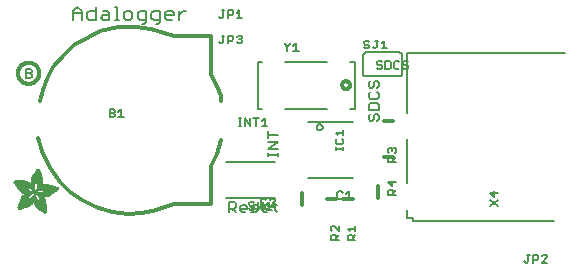
<source format=gbr>
G04 EAGLE Gerber RS-274X export*
G75*
%MOMM*%
%FSLAX34Y34*%
%LPD*%
%INSilkscreen Top*%
%IPPOS*%
%AMOC8*
5,1,8,0,0,1.08239X$1,22.5*%
G01*
%ADD10C,0.152400*%
%ADD11C,0.177800*%
%ADD12C,0.127000*%
%ADD13C,0.203200*%
%ADD14C,0.304800*%
%ADD15R,0.050800X0.006300*%
%ADD16R,0.082600X0.006400*%
%ADD17R,0.120600X0.006300*%
%ADD18R,0.139700X0.006400*%
%ADD19R,0.158800X0.006300*%
%ADD20R,0.177800X0.006400*%
%ADD21R,0.196800X0.006300*%
%ADD22R,0.215900X0.006400*%
%ADD23R,0.228600X0.006300*%
%ADD24R,0.241300X0.006400*%
%ADD25R,0.254000X0.006300*%
%ADD26R,0.266700X0.006400*%
%ADD27R,0.279400X0.006300*%
%ADD28R,0.285700X0.006400*%
%ADD29R,0.298400X0.006300*%
%ADD30R,0.311200X0.006400*%
%ADD31R,0.317500X0.006300*%
%ADD32R,0.330200X0.006400*%
%ADD33R,0.336600X0.006300*%
%ADD34R,0.349200X0.006400*%
%ADD35R,0.361900X0.006300*%
%ADD36R,0.368300X0.006400*%
%ADD37R,0.381000X0.006300*%
%ADD38R,0.387300X0.006400*%
%ADD39R,0.393700X0.006300*%
%ADD40R,0.406400X0.006400*%
%ADD41R,0.412700X0.006300*%
%ADD42R,0.419100X0.006400*%
%ADD43R,0.431800X0.006300*%
%ADD44R,0.438100X0.006400*%
%ADD45R,0.450800X0.006300*%
%ADD46R,0.457200X0.006400*%
%ADD47R,0.463500X0.006300*%
%ADD48R,0.476200X0.006400*%
%ADD49R,0.482600X0.006300*%
%ADD50R,0.488900X0.006400*%
%ADD51R,0.501600X0.006300*%
%ADD52R,0.508000X0.006400*%
%ADD53R,0.514300X0.006300*%
%ADD54R,0.527000X0.006400*%
%ADD55R,0.533400X0.006300*%
%ADD56R,0.546100X0.006400*%
%ADD57R,0.552400X0.006300*%
%ADD58R,0.558800X0.006400*%
%ADD59R,0.571500X0.006300*%
%ADD60R,0.577800X0.006400*%
%ADD61R,0.584200X0.006300*%
%ADD62R,0.596900X0.006400*%
%ADD63R,0.603200X0.006300*%
%ADD64R,0.609600X0.006400*%
%ADD65R,0.622300X0.006300*%
%ADD66R,0.628600X0.006400*%
%ADD67R,0.641300X0.006300*%
%ADD68R,0.647700X0.006400*%
%ADD69R,0.063500X0.006300*%
%ADD70R,0.654000X0.006300*%
%ADD71R,0.101600X0.006400*%
%ADD72R,0.666700X0.006400*%
%ADD73R,0.139700X0.006300*%
%ADD74R,0.673100X0.006300*%
%ADD75R,0.165100X0.006400*%
%ADD76R,0.679400X0.006400*%
%ADD77R,0.196900X0.006300*%
%ADD78R,0.692100X0.006300*%
%ADD79R,0.222200X0.006400*%
%ADD80R,0.698500X0.006400*%
%ADD81R,0.247700X0.006300*%
%ADD82R,0.704800X0.006300*%
%ADD83R,0.279400X0.006400*%
%ADD84R,0.717500X0.006400*%
%ADD85R,0.298500X0.006300*%
%ADD86R,0.723900X0.006300*%
%ADD87R,0.736600X0.006400*%
%ADD88R,0.342900X0.006300*%
%ADD89R,0.742900X0.006300*%
%ADD90R,0.374700X0.006400*%
%ADD91R,0.749300X0.006400*%
%ADD92R,0.762000X0.006300*%
%ADD93R,0.412700X0.006400*%
%ADD94R,0.768300X0.006400*%
%ADD95R,0.438100X0.006300*%
%ADD96R,0.774700X0.006300*%
%ADD97R,0.463600X0.006400*%
%ADD98R,0.787400X0.006400*%
%ADD99R,0.793700X0.006300*%
%ADD100R,0.495300X0.006400*%
%ADD101R,0.800100X0.006400*%
%ADD102R,0.520700X0.006300*%
%ADD103R,0.812800X0.006300*%
%ADD104R,0.533400X0.006400*%
%ADD105R,0.819100X0.006400*%
%ADD106R,0.558800X0.006300*%
%ADD107R,0.825500X0.006300*%
%ADD108R,0.577900X0.006400*%
%ADD109R,0.831800X0.006400*%
%ADD110R,0.596900X0.006300*%
%ADD111R,0.844500X0.006300*%
%ADD112R,0.616000X0.006400*%
%ADD113R,0.850900X0.006400*%
%ADD114R,0.635000X0.006300*%
%ADD115R,0.857200X0.006300*%
%ADD116R,0.654100X0.006400*%
%ADD117R,0.863600X0.006400*%
%ADD118R,0.666700X0.006300*%
%ADD119R,0.869900X0.006300*%
%ADD120R,0.685800X0.006400*%
%ADD121R,0.876300X0.006400*%
%ADD122R,0.882600X0.006300*%
%ADD123R,0.723900X0.006400*%
%ADD124R,0.889000X0.006400*%
%ADD125R,0.895300X0.006300*%
%ADD126R,0.755700X0.006400*%
%ADD127R,0.901700X0.006400*%
%ADD128R,0.908000X0.006300*%
%ADD129R,0.793800X0.006400*%
%ADD130R,0.914400X0.006400*%
%ADD131R,0.806400X0.006300*%
%ADD132R,0.920700X0.006300*%
%ADD133R,0.825500X0.006400*%
%ADD134R,0.927100X0.006400*%
%ADD135R,0.933400X0.006300*%
%ADD136R,0.857300X0.006400*%
%ADD137R,0.939800X0.006400*%
%ADD138R,0.870000X0.006300*%
%ADD139R,0.939800X0.006300*%
%ADD140R,0.946100X0.006400*%
%ADD141R,0.952500X0.006300*%
%ADD142R,0.908000X0.006400*%
%ADD143R,0.958800X0.006400*%
%ADD144R,0.965200X0.006300*%
%ADD145R,0.965200X0.006400*%
%ADD146R,0.971500X0.006300*%
%ADD147R,0.952500X0.006400*%
%ADD148R,0.977900X0.006400*%
%ADD149R,0.958800X0.006300*%
%ADD150R,0.984200X0.006300*%
%ADD151R,0.971500X0.006400*%
%ADD152R,0.984200X0.006400*%
%ADD153R,0.990600X0.006300*%
%ADD154R,0.984300X0.006400*%
%ADD155R,0.996900X0.006400*%
%ADD156R,0.997000X0.006300*%
%ADD157R,0.996900X0.006300*%
%ADD158R,1.003300X0.006400*%
%ADD159R,1.016000X0.006300*%
%ADD160R,1.009600X0.006300*%
%ADD161R,1.016000X0.006400*%
%ADD162R,1.009600X0.006400*%
%ADD163R,1.022300X0.006300*%
%ADD164R,1.028700X0.006400*%
%ADD165R,1.035100X0.006300*%
%ADD166R,1.047800X0.006400*%
%ADD167R,1.054100X0.006300*%
%ADD168R,1.028700X0.006300*%
%ADD169R,1.054100X0.006400*%
%ADD170R,1.035000X0.006400*%
%ADD171R,1.060400X0.006300*%
%ADD172R,1.035000X0.006300*%
%ADD173R,1.060500X0.006400*%
%ADD174R,1.041400X0.006400*%
%ADD175R,1.066800X0.006300*%
%ADD176R,1.041400X0.006300*%
%ADD177R,1.079500X0.006400*%
%ADD178R,1.047700X0.006400*%
%ADD179R,1.085900X0.006300*%
%ADD180R,1.047700X0.006300*%
%ADD181R,1.085800X0.006400*%
%ADD182R,1.092200X0.006300*%
%ADD183R,1.085900X0.006400*%
%ADD184R,1.098600X0.006300*%
%ADD185R,1.098600X0.006400*%
%ADD186R,1.060400X0.006400*%
%ADD187R,1.104900X0.006300*%
%ADD188R,1.104900X0.006400*%
%ADD189R,1.066800X0.006400*%
%ADD190R,1.111200X0.006300*%
%ADD191R,1.117600X0.006400*%
%ADD192R,1.117600X0.006300*%
%ADD193R,1.073100X0.006300*%
%ADD194R,1.073100X0.006400*%
%ADD195R,1.124000X0.006300*%
%ADD196R,1.079500X0.006300*%
%ADD197R,1.123900X0.006400*%
%ADD198R,1.130300X0.006300*%
%ADD199R,1.130300X0.006400*%
%ADD200R,1.136700X0.006400*%
%ADD201R,1.136700X0.006300*%
%ADD202R,1.085800X0.006300*%
%ADD203R,1.136600X0.006400*%
%ADD204R,1.136600X0.006300*%
%ADD205R,1.143000X0.006400*%
%ADD206R,1.143000X0.006300*%
%ADD207R,1.149400X0.006300*%
%ADD208R,1.149300X0.006300*%
%ADD209R,1.149300X0.006400*%
%ADD210R,1.149400X0.006400*%
%ADD211R,1.155700X0.006400*%
%ADD212R,1.155700X0.006300*%
%ADD213R,1.060500X0.006300*%
%ADD214R,2.197100X0.006400*%
%ADD215R,2.197100X0.006300*%
%ADD216R,2.184400X0.006300*%
%ADD217R,2.184400X0.006400*%
%ADD218R,2.171700X0.006400*%
%ADD219R,2.171700X0.006300*%
%ADD220R,1.530300X0.006400*%
%ADD221R,1.505000X0.006300*%
%ADD222R,1.492300X0.006400*%
%ADD223R,1.485900X0.006300*%
%ADD224R,0.565200X0.006300*%
%ADD225R,1.473200X0.006400*%
%ADD226R,0.565200X0.006400*%
%ADD227R,1.460500X0.006300*%
%ADD228R,1.454100X0.006400*%
%ADD229R,0.552400X0.006400*%
%ADD230R,1.441500X0.006300*%
%ADD231R,0.546100X0.006300*%
%ADD232R,1.435100X0.006400*%
%ADD233R,0.539800X0.006400*%
%ADD234R,1.428800X0.006300*%
%ADD235R,1.422400X0.006400*%
%ADD236R,1.409700X0.006300*%
%ADD237R,0.527100X0.006300*%
%ADD238R,1.403300X0.006400*%
%ADD239R,0.527100X0.006400*%
%ADD240R,1.390700X0.006300*%
%ADD241R,1.384300X0.006400*%
%ADD242R,0.520700X0.006400*%
%ADD243R,1.384300X0.006300*%
%ADD244R,0.514400X0.006300*%
%ADD245R,1.371600X0.006400*%
%ADD246R,1.365200X0.006300*%
%ADD247R,0.508000X0.006300*%
%ADD248R,1.352600X0.006400*%
%ADD249R,0.501700X0.006400*%
%ADD250R,0.711200X0.006300*%
%ADD251R,0.603300X0.006300*%
%ADD252R,0.501700X0.006300*%
%ADD253R,0.692100X0.006400*%
%ADD254R,0.571500X0.006400*%
%ADD255R,0.679400X0.006300*%
%ADD256R,0.495300X0.006300*%
%ADD257R,0.673100X0.006400*%
%ADD258R,0.666800X0.006300*%
%ADD259R,0.488900X0.006300*%
%ADD260R,0.660400X0.006400*%
%ADD261R,0.482600X0.006400*%
%ADD262R,0.476200X0.006300*%
%ADD263R,0.654000X0.006400*%
%ADD264R,0.469900X0.006400*%
%ADD265R,0.476300X0.006400*%
%ADD266R,0.647700X0.006300*%
%ADD267R,0.457200X0.006300*%
%ADD268R,0.469900X0.006300*%
%ADD269R,0.641300X0.006400*%
%ADD270R,0.444500X0.006400*%
%ADD271R,0.463600X0.006300*%
%ADD272R,0.635000X0.006400*%
%ADD273R,0.463500X0.006400*%
%ADD274R,0.393700X0.006400*%
%ADD275R,0.450800X0.006400*%
%ADD276R,0.628600X0.006300*%
%ADD277R,0.387400X0.006300*%
%ADD278R,0.450900X0.006300*%
%ADD279R,0.628700X0.006400*%
%ADD280R,0.374600X0.006400*%
%ADD281R,0.368300X0.006300*%
%ADD282R,0.438200X0.006300*%
%ADD283R,0.622300X0.006400*%
%ADD284R,0.355600X0.006400*%
%ADD285R,0.431800X0.006400*%
%ADD286R,0.349300X0.006300*%
%ADD287R,0.425400X0.006300*%
%ADD288R,0.615900X0.006300*%
%ADD289R,0.330200X0.006300*%
%ADD290R,0.419100X0.006300*%
%ADD291R,0.616000X0.006300*%
%ADD292R,0.311200X0.006300*%
%ADD293R,0.406400X0.006300*%
%ADD294R,0.615900X0.006400*%
%ADD295R,0.304800X0.006400*%
%ADD296R,0.158800X0.006400*%
%ADD297R,0.609600X0.006300*%
%ADD298R,0.292100X0.006300*%
%ADD299R,0.235000X0.006300*%
%ADD300R,0.387400X0.006400*%
%ADD301R,0.292100X0.006400*%
%ADD302R,0.336500X0.006300*%
%ADD303R,0.260400X0.006300*%
%ADD304R,0.603300X0.006400*%
%ADD305R,0.260400X0.006400*%
%ADD306R,0.362000X0.006400*%
%ADD307R,0.450900X0.006400*%
%ADD308R,0.355600X0.006300*%
%ADD309R,0.342900X0.006400*%
%ADD310R,0.514300X0.006400*%
%ADD311R,0.234900X0.006300*%
%ADD312R,0.539700X0.006300*%
%ADD313R,0.603200X0.006400*%
%ADD314R,0.234900X0.006400*%
%ADD315R,0.920700X0.006400*%
%ADD316R,0.958900X0.006400*%
%ADD317R,0.215900X0.006300*%
%ADD318R,0.209600X0.006400*%
%ADD319R,0.203200X0.006300*%
%ADD320R,1.003300X0.006300*%
%ADD321R,0.203200X0.006400*%
%ADD322R,0.196900X0.006400*%
%ADD323R,0.190500X0.006300*%
%ADD324R,0.190500X0.006400*%
%ADD325R,0.184200X0.006300*%
%ADD326R,0.590500X0.006400*%
%ADD327R,0.184200X0.006400*%
%ADD328R,0.590500X0.006300*%
%ADD329R,0.177800X0.006300*%
%ADD330R,0.584200X0.006400*%
%ADD331R,1.168400X0.006400*%
%ADD332R,0.171500X0.006300*%
%ADD333R,1.187500X0.006300*%
%ADD334R,1.200100X0.006400*%
%ADD335R,0.577800X0.006300*%
%ADD336R,1.212900X0.006300*%
%ADD337R,1.231900X0.006400*%
%ADD338R,1.250900X0.006300*%
%ADD339R,0.565100X0.006400*%
%ADD340R,0.184100X0.006400*%
%ADD341R,1.263700X0.006400*%
%ADD342R,0.565100X0.006300*%
%ADD343R,1.289100X0.006300*%
%ADD344R,1.314400X0.006400*%
%ADD345R,0.552500X0.006300*%
%ADD346R,1.568500X0.006300*%
%ADD347R,0.552500X0.006400*%
%ADD348R,1.581200X0.006400*%
%ADD349R,1.593800X0.006300*%
%ADD350R,1.606500X0.006400*%
%ADD351R,1.619300X0.006300*%
%ADD352R,0.514400X0.006400*%
%ADD353R,1.638300X0.006400*%
%ADD354R,1.657300X0.006300*%
%ADD355R,2.209800X0.006400*%
%ADD356R,2.425700X0.006300*%
%ADD357R,2.470100X0.006400*%
%ADD358R,2.501900X0.006300*%
%ADD359R,2.533700X0.006400*%
%ADD360R,2.559000X0.006300*%
%ADD361R,2.584500X0.006400*%
%ADD362R,2.609900X0.006300*%
%ADD363R,2.628900X0.006400*%
%ADD364R,2.660600X0.006300*%
%ADD365R,2.673400X0.006400*%
%ADD366R,1.422400X0.006300*%
%ADD367R,1.200200X0.006300*%
%ADD368R,1.365300X0.006300*%
%ADD369R,1.365300X0.006400*%
%ADD370R,1.352500X0.006300*%
%ADD371R,1.098500X0.006300*%
%ADD372R,1.358900X0.006400*%
%ADD373R,1.352600X0.006300*%
%ADD374R,1.358900X0.006300*%
%ADD375R,1.371600X0.006300*%
%ADD376R,1.377900X0.006400*%
%ADD377R,1.397000X0.006400*%
%ADD378R,1.403300X0.006300*%
%ADD379R,0.914400X0.006300*%
%ADD380R,0.876300X0.006300*%
%ADD381R,0.374600X0.006300*%
%ADD382R,1.073200X0.006400*%
%ADD383R,0.374700X0.006300*%
%ADD384R,0.844600X0.006400*%
%ADD385R,0.844600X0.006300*%
%ADD386R,0.831900X0.006400*%
%ADD387R,1.092200X0.006400*%
%ADD388R,0.400000X0.006300*%
%ADD389R,0.819200X0.006400*%
%ADD390R,1.111300X0.006400*%
%ADD391R,0.812800X0.006400*%
%ADD392R,0.800100X0.006300*%
%ADD393R,0.476300X0.006300*%
%ADD394R,1.181100X0.006300*%
%ADD395R,0.501600X0.006400*%
%ADD396R,1.193800X0.006400*%
%ADD397R,0.781000X0.006400*%
%ADD398R,1.238200X0.006400*%
%ADD399R,0.781100X0.006300*%
%ADD400R,1.257300X0.006300*%
%ADD401R,1.295400X0.006400*%
%ADD402R,1.333500X0.006300*%
%ADD403R,0.774700X0.006400*%
%ADD404R,1.866900X0.006400*%
%ADD405R,0.209600X0.006300*%
%ADD406R,1.866900X0.006300*%
%ADD407R,0.768400X0.006400*%
%ADD408R,0.209500X0.006400*%
%ADD409R,1.860600X0.006400*%
%ADD410R,0.762000X0.006400*%
%ADD411R,0.768400X0.006300*%
%ADD412R,1.860600X0.006300*%
%ADD413R,1.860500X0.006400*%
%ADD414R,0.222300X0.006300*%
%ADD415R,1.854200X0.006300*%
%ADD416R,0.235000X0.006400*%
%ADD417R,1.854200X0.006400*%
%ADD418R,0.768300X0.006300*%
%ADD419R,0.260300X0.006400*%
%ADD420R,1.847800X0.006400*%
%ADD421R,0.266700X0.006300*%
%ADD422R,1.847800X0.006300*%
%ADD423R,0.273100X0.006400*%
%ADD424R,1.841500X0.006400*%
%ADD425R,0.285800X0.006300*%
%ADD426R,1.841500X0.006300*%
%ADD427R,0.298500X0.006400*%
%ADD428R,1.835100X0.006400*%
%ADD429R,0.781000X0.006300*%
%ADD430R,0.304800X0.006300*%
%ADD431R,1.835100X0.006300*%
%ADD432R,0.317500X0.006400*%
%ADD433R,1.828800X0.006400*%
%ADD434R,0.787400X0.006300*%
%ADD435R,0.323800X0.006300*%
%ADD436R,1.828800X0.006300*%
%ADD437R,0.793700X0.006400*%
%ADD438R,1.822400X0.006400*%
%ADD439R,0.806500X0.006300*%
%ADD440R,1.822400X0.006300*%
%ADD441R,1.816100X0.006400*%
%ADD442R,0.819100X0.006300*%
%ADD443R,0.387300X0.006300*%
%ADD444R,1.816100X0.006300*%
%ADD445R,1.809800X0.006400*%
%ADD446R,1.803400X0.006300*%
%ADD447R,1.797000X0.006400*%
%ADD448R,0.901700X0.006300*%
%ADD449R,1.797000X0.006300*%
%ADD450R,1.441400X0.006400*%
%ADD451R,1.790700X0.006400*%
%ADD452R,1.447800X0.006300*%
%ADD453R,1.784300X0.006300*%
%ADD454R,1.447800X0.006400*%
%ADD455R,1.784300X0.006400*%
%ADD456R,1.454100X0.006300*%
%ADD457R,1.771700X0.006300*%
%ADD458R,1.460500X0.006400*%
%ADD459R,1.759000X0.006400*%
%ADD460R,1.466800X0.006300*%
%ADD461R,1.752600X0.006300*%
%ADD462R,1.466800X0.006400*%
%ADD463R,1.739900X0.006400*%
%ADD464R,1.473200X0.006300*%
%ADD465R,1.727200X0.006300*%
%ADD466R,1.479500X0.006400*%
%ADD467R,1.714500X0.006400*%
%ADD468R,1.695400X0.006300*%
%ADD469R,1.485900X0.006400*%
%ADD470R,1.682700X0.006400*%
%ADD471R,1.492200X0.006300*%
%ADD472R,1.663700X0.006300*%
%ADD473R,1.498600X0.006400*%
%ADD474R,1.644600X0.006400*%
%ADD475R,1.498600X0.006300*%
%ADD476R,1.619200X0.006300*%
%ADD477R,1.511300X0.006400*%
%ADD478R,1.600200X0.006400*%
%ADD479R,1.517700X0.006300*%
%ADD480R,1.574800X0.006300*%
%ADD481R,1.524000X0.006400*%
%ADD482R,1.555800X0.006400*%
%ADD483R,1.524000X0.006300*%
%ADD484R,1.536700X0.006300*%
%ADD485R,1.530400X0.006400*%
%ADD486R,1.517700X0.006400*%
%ADD487R,1.492300X0.006300*%
%ADD488R,1.549400X0.006400*%
%ADD489R,1.479600X0.006400*%
%ADD490R,1.549400X0.006300*%
%ADD491R,1.555700X0.006400*%
%ADD492R,1.562100X0.006300*%
%ADD493R,0.323900X0.006300*%
%ADD494R,1.568400X0.006400*%
%ADD495R,0.336600X0.006400*%
%ADD496R,1.587500X0.006300*%
%ADD497R,0.971600X0.006300*%
%ADD498R,0.349300X0.006400*%
%ADD499R,1.600200X0.006300*%
%ADD500R,0.920800X0.006300*%
%ADD501R,0.882700X0.006400*%
%ADD502R,1.612900X0.006300*%
%ADD503R,0.362000X0.006300*%
%ADD504R,1.625600X0.006400*%
%ADD505R,1.625600X0.006300*%
%ADD506R,1.644600X0.006300*%
%ADD507R,0.736600X0.006300*%
%ADD508R,0.717600X0.006400*%
%ADD509R,1.657400X0.006300*%
%ADD510R,0.679500X0.006300*%
%ADD511R,1.663700X0.006400*%
%ADD512R,0.400000X0.006400*%
%ADD513R,1.676400X0.006300*%
%ADD514R,1.676400X0.006400*%
%ADD515R,0.425500X0.006400*%
%ADD516R,1.352500X0.006400*%
%ADD517R,0.444500X0.006300*%
%ADD518R,0.361900X0.006400*%
%ADD519R,0.088900X0.006300*%
%ADD520R,1.009700X0.006300*%
%ADD521R,1.009700X0.006400*%
%ADD522R,1.022300X0.006400*%
%ADD523R,1.346200X0.006400*%
%ADD524R,1.346200X0.006300*%
%ADD525R,1.339900X0.006400*%
%ADD526R,1.035100X0.006400*%
%ADD527R,1.339800X0.006300*%
%ADD528R,1.333500X0.006400*%
%ADD529R,1.327200X0.006400*%
%ADD530R,1.320800X0.006300*%
%ADD531R,1.314500X0.006400*%
%ADD532R,1.314400X0.006300*%
%ADD533R,1.301700X0.006400*%
%ADD534R,1.295400X0.006300*%
%ADD535R,1.289000X0.006400*%
%ADD536R,1.276300X0.006300*%
%ADD537R,1.251000X0.006300*%
%ADD538R,1.244600X0.006400*%
%ADD539R,1.231900X0.006300*%
%ADD540R,1.212800X0.006400*%
%ADD541R,1.200100X0.006300*%
%ADD542R,1.187400X0.006400*%
%ADD543R,1.168400X0.006300*%
%ADD544R,1.047800X0.006300*%
%ADD545R,0.977900X0.006300*%
%ADD546R,0.946200X0.006400*%
%ADD547R,0.933400X0.006400*%
%ADD548R,0.895300X0.006400*%
%ADD549R,0.882700X0.006300*%
%ADD550R,0.863600X0.006300*%
%ADD551R,0.857200X0.006400*%
%ADD552R,0.850900X0.006300*%
%ADD553R,0.838200X0.006300*%
%ADD554R,0.806500X0.006400*%
%ADD555R,0.717600X0.006300*%
%ADD556R,0.711200X0.006400*%
%ADD557R,0.641400X0.006400*%
%ADD558R,0.641400X0.006300*%
%ADD559R,0.628700X0.006300*%
%ADD560R,0.590600X0.006300*%
%ADD561R,0.539700X0.006400*%
%ADD562R,0.285700X0.006300*%
%ADD563R,0.222200X0.006300*%
%ADD564R,0.171400X0.006300*%
%ADD565R,0.152400X0.006400*%
%ADD566R,0.133400X0.006300*%


D10*
X186182Y50292D02*
X186182Y58935D01*
X190504Y58935D01*
X191944Y57495D01*
X191944Y54614D01*
X190504Y53173D01*
X186182Y53173D01*
X189063Y53173D02*
X191944Y50292D01*
X196978Y50292D02*
X199859Y50292D01*
X196978Y50292D02*
X195537Y51733D01*
X195537Y54614D01*
X196978Y56054D01*
X199859Y56054D01*
X201299Y54614D01*
X201299Y53173D01*
X195537Y53173D01*
X204892Y50292D02*
X209214Y50292D01*
X210655Y51733D01*
X209214Y53173D01*
X206333Y53173D01*
X204892Y54614D01*
X206333Y56054D01*
X210655Y56054D01*
X215688Y50292D02*
X218569Y50292D01*
X215688Y50292D02*
X214248Y51733D01*
X214248Y54614D01*
X215688Y56054D01*
X218569Y56054D01*
X220010Y54614D01*
X220010Y53173D01*
X214248Y53173D01*
X225043Y51733D02*
X225043Y57495D01*
X225043Y51733D02*
X226484Y50292D01*
X226484Y56054D02*
X223603Y56054D01*
X304285Y131493D02*
X305725Y132933D01*
X304285Y131493D02*
X304285Y128612D01*
X305725Y127171D01*
X307166Y127171D01*
X308606Y128612D01*
X308606Y131493D01*
X310047Y132933D01*
X311487Y132933D01*
X312928Y131493D01*
X312928Y128612D01*
X311487Y127171D01*
X312928Y136526D02*
X304285Y136526D01*
X312928Y136526D02*
X312928Y140848D01*
X311487Y142289D01*
X305725Y142289D01*
X304285Y140848D01*
X304285Y136526D01*
X304285Y150203D02*
X305725Y151644D01*
X304285Y150203D02*
X304285Y147322D01*
X305725Y145882D01*
X311487Y145882D01*
X312928Y147322D01*
X312928Y150203D01*
X311487Y151644D01*
X304285Y159558D02*
X305725Y160999D01*
X304285Y159558D02*
X304285Y156677D01*
X305725Y155237D01*
X307166Y155237D01*
X308606Y156677D01*
X308606Y159558D01*
X310047Y160999D01*
X311487Y160999D01*
X312928Y159558D01*
X312928Y156677D01*
X311487Y155237D01*
X227838Y100163D02*
X227838Y97282D01*
X227838Y98723D02*
X219195Y98723D01*
X219195Y100163D02*
X219195Y97282D01*
X219195Y103519D02*
X227838Y103519D01*
X227838Y109281D02*
X219195Y103519D01*
X219195Y109281D02*
X227838Y109281D01*
X227838Y115755D02*
X219195Y115755D01*
X219195Y112874D02*
X219195Y118636D01*
D11*
X54229Y212979D02*
X54229Y220267D01*
X57873Y223910D01*
X61517Y220267D01*
X61517Y212979D01*
X61517Y218445D02*
X54229Y218445D01*
X73211Y223910D02*
X73211Y212979D01*
X67745Y212979D01*
X65923Y214801D01*
X65923Y218445D01*
X67745Y220267D01*
X73211Y220267D01*
X79439Y220267D02*
X83083Y220267D01*
X84904Y218445D01*
X84904Y212979D01*
X79439Y212979D01*
X77617Y214801D01*
X79439Y216623D01*
X84904Y216623D01*
X89311Y223910D02*
X91133Y223910D01*
X91133Y212979D01*
X89311Y212979D02*
X92955Y212979D01*
X98929Y212979D02*
X102573Y212979D01*
X104394Y214801D01*
X104394Y218445D01*
X102573Y220267D01*
X98929Y220267D01*
X97107Y218445D01*
X97107Y214801D01*
X98929Y212979D01*
X112445Y209335D02*
X114267Y209335D01*
X116088Y211157D01*
X116088Y220267D01*
X110623Y220267D01*
X108801Y218445D01*
X108801Y214801D01*
X110623Y212979D01*
X116088Y212979D01*
X124139Y209335D02*
X125960Y209335D01*
X127782Y211157D01*
X127782Y220267D01*
X122317Y220267D01*
X120495Y218445D01*
X120495Y214801D01*
X122317Y212979D01*
X127782Y212979D01*
X134011Y212979D02*
X137654Y212979D01*
X134011Y212979D02*
X132189Y214801D01*
X132189Y218445D01*
X134011Y220267D01*
X137654Y220267D01*
X139476Y218445D01*
X139476Y216623D01*
X132189Y216623D01*
X143883Y212979D02*
X143883Y220267D01*
X143883Y216623D02*
X147527Y220267D01*
X149348Y220267D01*
D12*
X336820Y51680D02*
X336820Y45180D01*
X341820Y45180D01*
X341820Y42680D01*
X461320Y42680D01*
X336820Y74680D02*
X336820Y111680D01*
X336820Y134180D02*
X336820Y184680D01*
X470320Y184680D01*
D10*
X413958Y60148D02*
X407348Y55742D01*
X407348Y60148D02*
X413958Y55742D01*
X413958Y66531D02*
X407348Y66531D01*
X410653Y63226D01*
X410653Y67633D01*
D13*
X225470Y62216D02*
X183470Y62216D01*
X183470Y92724D02*
X225470Y92724D01*
D10*
X206404Y58934D02*
X207506Y57832D01*
X206404Y58934D02*
X204201Y58934D01*
X203100Y57832D01*
X203100Y56730D01*
X204201Y55629D01*
X206404Y55629D01*
X207506Y54527D01*
X207506Y53426D01*
X206404Y52324D01*
X204201Y52324D01*
X203100Y53426D01*
X210584Y52324D02*
X210584Y58934D01*
X212787Y54527D02*
X210584Y52324D01*
X212787Y54527D02*
X214990Y52324D01*
X214990Y58934D01*
X218068Y56730D02*
X220271Y58934D01*
X220271Y52324D01*
X218068Y52324D02*
X222474Y52324D01*
D13*
X252780Y126870D02*
X290780Y126870D01*
X290780Y78870D02*
X252780Y78870D01*
X260350Y122174D02*
X260352Y122274D01*
X260358Y122375D01*
X260368Y122474D01*
X260382Y122574D01*
X260399Y122673D01*
X260421Y122771D01*
X260447Y122868D01*
X260476Y122964D01*
X260509Y123058D01*
X260546Y123152D01*
X260586Y123244D01*
X260630Y123334D01*
X260678Y123422D01*
X260729Y123509D01*
X260783Y123593D01*
X260841Y123675D01*
X260902Y123755D01*
X260966Y123832D01*
X261033Y123907D01*
X261103Y123979D01*
X261176Y124048D01*
X261251Y124114D01*
X261329Y124178D01*
X261409Y124238D01*
X261492Y124295D01*
X261577Y124348D01*
X261664Y124398D01*
X261753Y124445D01*
X261843Y124488D01*
X261935Y124528D01*
X262029Y124564D01*
X262124Y124596D01*
X262220Y124624D01*
X262318Y124649D01*
X262416Y124669D01*
X262515Y124686D01*
X262615Y124699D01*
X262714Y124708D01*
X262815Y124713D01*
X262915Y124714D01*
X263015Y124711D01*
X263116Y124704D01*
X263215Y124693D01*
X263315Y124678D01*
X263413Y124660D01*
X263511Y124637D01*
X263608Y124610D01*
X263703Y124580D01*
X263798Y124546D01*
X263891Y124508D01*
X263982Y124467D01*
X264072Y124422D01*
X264160Y124374D01*
X264246Y124322D01*
X264330Y124267D01*
X264411Y124208D01*
X264490Y124146D01*
X264567Y124082D01*
X264641Y124014D01*
X264712Y123943D01*
X264781Y123870D01*
X264846Y123794D01*
X264909Y123715D01*
X264968Y123634D01*
X265024Y123551D01*
X265077Y123466D01*
X265126Y123378D01*
X265172Y123289D01*
X265214Y123198D01*
X265253Y123105D01*
X265288Y123011D01*
X265319Y122916D01*
X265347Y122819D01*
X265370Y122722D01*
X265390Y122623D01*
X265406Y122524D01*
X265418Y122425D01*
X265426Y122324D01*
X265430Y122224D01*
X265430Y122124D01*
X265426Y122024D01*
X265418Y121923D01*
X265406Y121824D01*
X265390Y121725D01*
X265370Y121626D01*
X265347Y121529D01*
X265319Y121432D01*
X265288Y121337D01*
X265253Y121243D01*
X265214Y121150D01*
X265172Y121059D01*
X265126Y120970D01*
X265077Y120882D01*
X265024Y120797D01*
X264968Y120714D01*
X264909Y120633D01*
X264846Y120554D01*
X264781Y120478D01*
X264712Y120405D01*
X264641Y120334D01*
X264567Y120266D01*
X264490Y120202D01*
X264411Y120140D01*
X264330Y120081D01*
X264246Y120026D01*
X264160Y119974D01*
X264072Y119926D01*
X263982Y119881D01*
X263891Y119840D01*
X263798Y119802D01*
X263703Y119768D01*
X263608Y119738D01*
X263511Y119711D01*
X263413Y119688D01*
X263315Y119670D01*
X263215Y119655D01*
X263116Y119644D01*
X263015Y119637D01*
X262915Y119634D01*
X262815Y119635D01*
X262714Y119640D01*
X262615Y119649D01*
X262515Y119662D01*
X262416Y119679D01*
X262318Y119699D01*
X262220Y119724D01*
X262124Y119752D01*
X262029Y119784D01*
X261935Y119820D01*
X261843Y119860D01*
X261753Y119903D01*
X261664Y119950D01*
X261577Y120000D01*
X261492Y120053D01*
X261409Y120110D01*
X261329Y120170D01*
X261251Y120234D01*
X261176Y120300D01*
X261103Y120369D01*
X261033Y120441D01*
X260966Y120516D01*
X260902Y120593D01*
X260841Y120673D01*
X260783Y120755D01*
X260729Y120839D01*
X260678Y120926D01*
X260630Y121014D01*
X260586Y121104D01*
X260546Y121196D01*
X260509Y121290D01*
X260476Y121384D01*
X260447Y121480D01*
X260421Y121577D01*
X260399Y121675D01*
X260382Y121774D01*
X260368Y121874D01*
X260358Y121973D01*
X260352Y122074D01*
X260350Y122174D01*
D10*
X282956Y104927D02*
X282956Y102724D01*
X282956Y103826D02*
X276346Y103826D01*
X276346Y104927D02*
X276346Y102724D01*
X276346Y111019D02*
X277448Y112120D01*
X276346Y111019D02*
X276346Y108815D01*
X277448Y107714D01*
X281854Y107714D01*
X282956Y108815D01*
X282956Y111019D01*
X281854Y112120D01*
X278550Y115198D02*
X276346Y117401D01*
X282956Y117401D01*
X282956Y115198D02*
X282956Y119604D01*
D13*
X214460Y177480D02*
X210460Y177480D01*
X210460Y137480D01*
X214460Y137480D01*
X233460Y137480D02*
X269460Y137480D01*
X269460Y177480D02*
X233460Y177480D01*
X288460Y177480D02*
X292460Y177480D01*
X292460Y137480D01*
X288460Y137480D01*
D14*
X282009Y157734D02*
X282011Y157847D01*
X282017Y157961D01*
X282027Y158074D01*
X282041Y158186D01*
X282059Y158299D01*
X282080Y158410D01*
X282106Y158520D01*
X282136Y158630D01*
X282169Y158738D01*
X282206Y158846D01*
X282247Y158952D01*
X282292Y159056D01*
X282340Y159159D01*
X282392Y159260D01*
X282447Y159359D01*
X282506Y159456D01*
X282568Y159551D01*
X282633Y159643D01*
X282702Y159734D01*
X282774Y159822D01*
X282848Y159907D01*
X282926Y159990D01*
X283007Y160070D01*
X283090Y160147D01*
X283176Y160221D01*
X283265Y160292D01*
X283355Y160360D01*
X283449Y160424D01*
X283544Y160485D01*
X283642Y160543D01*
X283741Y160598D01*
X283843Y160649D01*
X283946Y160696D01*
X284051Y160740D01*
X284157Y160780D01*
X284265Y160816D01*
X284373Y160848D01*
X284483Y160877D01*
X284594Y160901D01*
X284705Y160922D01*
X284818Y160939D01*
X284930Y160952D01*
X285044Y160961D01*
X285157Y160966D01*
X285270Y160967D01*
X285384Y160964D01*
X285497Y160957D01*
X285610Y160946D01*
X285723Y160931D01*
X285834Y160912D01*
X285946Y160890D01*
X286056Y160863D01*
X286165Y160832D01*
X286273Y160798D01*
X286380Y160760D01*
X286486Y160718D01*
X286590Y160673D01*
X286692Y160624D01*
X286793Y160571D01*
X286891Y160515D01*
X286988Y160455D01*
X287082Y160392D01*
X287174Y160326D01*
X287264Y160257D01*
X287351Y160184D01*
X287436Y160109D01*
X287518Y160030D01*
X287597Y159949D01*
X287673Y159865D01*
X287747Y159778D01*
X287817Y159689D01*
X287884Y159597D01*
X287948Y159504D01*
X288008Y159407D01*
X288065Y159309D01*
X288119Y159209D01*
X288169Y159107D01*
X288215Y159004D01*
X288258Y158899D01*
X288297Y158792D01*
X288332Y158684D01*
X288364Y158575D01*
X288391Y158465D01*
X288415Y158354D01*
X288435Y158243D01*
X288451Y158130D01*
X288463Y158017D01*
X288471Y157904D01*
X288475Y157791D01*
X288475Y157677D01*
X288471Y157564D01*
X288463Y157451D01*
X288451Y157338D01*
X288435Y157225D01*
X288415Y157114D01*
X288391Y157003D01*
X288364Y156893D01*
X288332Y156784D01*
X288297Y156676D01*
X288258Y156569D01*
X288215Y156464D01*
X288169Y156361D01*
X288119Y156259D01*
X288065Y156159D01*
X288008Y156061D01*
X287948Y155964D01*
X287884Y155871D01*
X287817Y155779D01*
X287747Y155690D01*
X287673Y155603D01*
X287597Y155519D01*
X287518Y155438D01*
X287436Y155359D01*
X287351Y155284D01*
X287264Y155211D01*
X287174Y155142D01*
X287082Y155076D01*
X286988Y155013D01*
X286891Y154953D01*
X286793Y154897D01*
X286692Y154844D01*
X286590Y154795D01*
X286486Y154750D01*
X286380Y154708D01*
X286273Y154670D01*
X286165Y154636D01*
X286056Y154605D01*
X285946Y154578D01*
X285834Y154556D01*
X285723Y154537D01*
X285610Y154522D01*
X285497Y154511D01*
X285384Y154504D01*
X285270Y154501D01*
X285157Y154502D01*
X285044Y154507D01*
X284930Y154516D01*
X284818Y154529D01*
X284705Y154546D01*
X284594Y154567D01*
X284483Y154591D01*
X284373Y154620D01*
X284265Y154652D01*
X284157Y154688D01*
X284051Y154728D01*
X283946Y154772D01*
X283843Y154819D01*
X283741Y154870D01*
X283642Y154925D01*
X283544Y154983D01*
X283449Y155044D01*
X283355Y155108D01*
X283265Y155176D01*
X283176Y155247D01*
X283090Y155321D01*
X283007Y155398D01*
X282926Y155478D01*
X282848Y155561D01*
X282774Y155646D01*
X282702Y155734D01*
X282633Y155825D01*
X282568Y155917D01*
X282506Y156012D01*
X282447Y156109D01*
X282392Y156208D01*
X282340Y156309D01*
X282292Y156412D01*
X282247Y156516D01*
X282206Y156622D01*
X282169Y156730D01*
X282136Y156838D01*
X282106Y156948D01*
X282080Y157058D01*
X282059Y157169D01*
X282041Y157282D01*
X282027Y157394D01*
X282017Y157507D01*
X282011Y157621D01*
X282009Y157734D01*
D10*
X233222Y192290D02*
X233222Y193392D01*
X233222Y192290D02*
X235425Y190087D01*
X237628Y192290D01*
X237628Y193392D01*
X235425Y190087D02*
X235425Y186782D01*
X240706Y191188D02*
X242909Y193392D01*
X242909Y186782D01*
X240706Y186782D02*
X245113Y186782D01*
D14*
X283020Y60960D02*
X291020Y60960D01*
D10*
X293116Y26434D02*
X286506Y26434D01*
X286506Y29739D01*
X287608Y30840D01*
X289811Y30840D01*
X290913Y29739D01*
X290913Y26434D01*
X290913Y28637D02*
X293116Y30840D01*
X288710Y33918D02*
X286506Y36121D01*
X293116Y36121D01*
X293116Y33918D02*
X293116Y38324D01*
D14*
X277050Y60960D02*
X269050Y60960D01*
D10*
X272536Y26434D02*
X279146Y26434D01*
X272536Y26434D02*
X272536Y29739D01*
X273638Y30840D01*
X275841Y30840D01*
X276943Y29739D01*
X276943Y26434D01*
X276943Y28637D02*
X279146Y30840D01*
X279146Y33918D02*
X279146Y38324D01*
X279146Y33918D02*
X274740Y38324D01*
X273638Y38324D01*
X272536Y37223D01*
X272536Y35019D01*
X273638Y33918D01*
D14*
X317310Y127000D02*
X325310Y127000D01*
D10*
X327406Y92474D02*
X320796Y92474D01*
X320796Y95779D01*
X321898Y96880D01*
X324101Y96880D01*
X325203Y95779D01*
X325203Y92474D01*
X325203Y94677D02*
X327406Y96880D01*
X321898Y99958D02*
X320796Y101059D01*
X320796Y103263D01*
X321898Y104364D01*
X323000Y104364D01*
X324101Y103263D01*
X324101Y102161D01*
X324101Y103263D02*
X325203Y104364D01*
X326304Y104364D01*
X327406Y103263D01*
X327406Y101059D01*
X326304Y99958D01*
D14*
X28330Y153270D02*
X26330Y144270D01*
X28330Y153270D02*
X32330Y163270D01*
X37330Y173270D01*
X46330Y183270D01*
X55330Y191270D01*
X67330Y198270D01*
X77330Y203270D01*
X92330Y207270D01*
X107330Y207270D01*
X120330Y205270D01*
X24330Y113270D02*
X28330Y99270D01*
X35330Y86270D01*
X43330Y75270D01*
X51330Y67270D01*
X61330Y60270D01*
X73330Y54270D01*
X87330Y50270D01*
X100330Y48270D01*
X112330Y49270D01*
X125330Y52270D01*
X139830Y199270D02*
X171330Y199270D01*
X171330Y57270D02*
X139830Y57270D01*
X171330Y166270D02*
X171330Y199270D01*
X171330Y166270D02*
X176330Y157270D01*
X179330Y148270D01*
X179330Y144270D01*
X171330Y89270D02*
X171330Y57270D01*
X171330Y89270D02*
X176330Y99270D01*
X179330Y111270D01*
X139330Y57270D02*
X124330Y52270D01*
X139330Y199270D02*
X120330Y205270D01*
D10*
X85072Y137042D02*
X85072Y130432D01*
X85072Y137042D02*
X88377Y137042D01*
X89478Y135940D01*
X89478Y134838D01*
X88377Y133737D01*
X89478Y132635D01*
X89478Y131534D01*
X88377Y130432D01*
X85072Y130432D01*
X85072Y133737D02*
X88377Y133737D01*
X92556Y134838D02*
X94759Y137042D01*
X94759Y130432D01*
X92556Y130432D02*
X96963Y130432D01*
D14*
X312420Y72390D02*
X312420Y62230D01*
D10*
X282300Y66722D02*
X281199Y67824D01*
X278995Y67824D01*
X277894Y66722D01*
X277894Y62316D01*
X278995Y61214D01*
X281199Y61214D01*
X282300Y62316D01*
X285378Y65620D02*
X287581Y67824D01*
X287581Y61214D01*
X285378Y61214D02*
X289784Y61214D01*
X178902Y214630D02*
X177800Y215732D01*
X178902Y214630D02*
X180003Y214630D01*
X181105Y215732D01*
X181105Y221240D01*
X182206Y221240D02*
X180003Y221240D01*
X185284Y221240D02*
X185284Y214630D01*
X185284Y221240D02*
X188589Y221240D01*
X189691Y220138D01*
X189691Y217935D01*
X188589Y216833D01*
X185284Y216833D01*
X192768Y219036D02*
X194972Y221240D01*
X194972Y214630D01*
X197175Y214630D02*
X192768Y214630D01*
X436272Y8468D02*
X437373Y7366D01*
X438475Y7366D01*
X439576Y8468D01*
X439576Y13976D01*
X438475Y13976D02*
X440678Y13976D01*
X443756Y13976D02*
X443756Y7366D01*
X443756Y13976D02*
X447061Y13976D01*
X448162Y12874D01*
X448162Y10671D01*
X447061Y9569D01*
X443756Y9569D01*
X451240Y7366D02*
X455646Y7366D01*
X451240Y7366D02*
X455646Y11772D01*
X455646Y12874D01*
X454545Y13976D01*
X452341Y13976D01*
X451240Y12874D01*
X178902Y193040D02*
X177800Y194142D01*
X178902Y193040D02*
X180003Y193040D01*
X181105Y194142D01*
X181105Y199650D01*
X182206Y199650D02*
X180003Y199650D01*
X185284Y199650D02*
X185284Y193040D01*
X185284Y199650D02*
X188589Y199650D01*
X189691Y198548D01*
X189691Y196345D01*
X188589Y195243D01*
X185284Y195243D01*
X192768Y198548D02*
X193870Y199650D01*
X196073Y199650D01*
X197175Y198548D01*
X197175Y197446D01*
X196073Y196345D01*
X194972Y196345D01*
X196073Y196345D02*
X197175Y195243D01*
X197175Y194142D01*
X196073Y193040D01*
X193870Y193040D01*
X192768Y194142D01*
X314455Y178060D02*
X315556Y176958D01*
X314455Y178060D02*
X312252Y178060D01*
X311150Y176958D01*
X311150Y175856D01*
X312252Y174755D01*
X314455Y174755D01*
X315556Y173653D01*
X315556Y172552D01*
X314455Y171450D01*
X312252Y171450D01*
X311150Y172552D01*
X318634Y171450D02*
X318634Y178060D01*
X318634Y171450D02*
X321939Y171450D01*
X323041Y172552D01*
X323041Y176958D01*
X321939Y178060D01*
X318634Y178060D01*
X329423Y178060D02*
X330525Y176958D01*
X329423Y178060D02*
X327220Y178060D01*
X326118Y176958D01*
X326118Y172552D01*
X327220Y171450D01*
X329423Y171450D01*
X330525Y172552D01*
X336907Y178060D02*
X338009Y176958D01*
X336907Y178060D02*
X334704Y178060D01*
X333602Y176958D01*
X333602Y175856D01*
X334704Y174755D01*
X336907Y174755D01*
X338009Y173653D01*
X338009Y172552D01*
X336907Y171450D01*
X334704Y171450D01*
X333602Y172552D01*
D13*
X330200Y165100D02*
X302260Y165100D01*
X330200Y185420D02*
X330300Y185418D01*
X330399Y185412D01*
X330499Y185402D01*
X330597Y185389D01*
X330696Y185371D01*
X330793Y185350D01*
X330889Y185325D01*
X330985Y185296D01*
X331079Y185263D01*
X331172Y185227D01*
X331263Y185187D01*
X331353Y185143D01*
X331441Y185096D01*
X331527Y185046D01*
X331611Y184992D01*
X331693Y184935D01*
X331772Y184875D01*
X331850Y184811D01*
X331924Y184745D01*
X331996Y184676D01*
X332065Y184604D01*
X332131Y184530D01*
X332195Y184452D01*
X332255Y184373D01*
X332312Y184291D01*
X332366Y184207D01*
X332416Y184121D01*
X332463Y184033D01*
X332507Y183943D01*
X332547Y183852D01*
X332583Y183759D01*
X332616Y183665D01*
X332645Y183569D01*
X332670Y183473D01*
X332691Y183376D01*
X332709Y183277D01*
X332722Y183179D01*
X332732Y183079D01*
X332738Y182980D01*
X332740Y182880D01*
X302260Y185420D02*
X302160Y185418D01*
X302061Y185412D01*
X301961Y185402D01*
X301863Y185389D01*
X301764Y185371D01*
X301667Y185350D01*
X301571Y185325D01*
X301475Y185296D01*
X301381Y185263D01*
X301288Y185227D01*
X301197Y185187D01*
X301107Y185143D01*
X301019Y185096D01*
X300933Y185046D01*
X300849Y184992D01*
X300767Y184935D01*
X300688Y184875D01*
X300610Y184811D01*
X300536Y184745D01*
X300464Y184676D01*
X300395Y184604D01*
X300329Y184530D01*
X300265Y184452D01*
X300205Y184373D01*
X300148Y184291D01*
X300094Y184207D01*
X300044Y184121D01*
X299997Y184033D01*
X299953Y183943D01*
X299913Y183852D01*
X299877Y183759D01*
X299844Y183665D01*
X299815Y183569D01*
X299790Y183473D01*
X299769Y183376D01*
X299751Y183277D01*
X299738Y183179D01*
X299728Y183079D01*
X299722Y182980D01*
X299720Y182880D01*
X299720Y167640D02*
X299722Y167540D01*
X299728Y167441D01*
X299738Y167341D01*
X299751Y167243D01*
X299769Y167144D01*
X299790Y167047D01*
X299815Y166951D01*
X299844Y166855D01*
X299877Y166761D01*
X299913Y166668D01*
X299953Y166577D01*
X299997Y166487D01*
X300044Y166399D01*
X300094Y166313D01*
X300148Y166229D01*
X300205Y166147D01*
X300265Y166068D01*
X300329Y165990D01*
X300395Y165916D01*
X300464Y165844D01*
X300536Y165775D01*
X300610Y165709D01*
X300688Y165645D01*
X300767Y165585D01*
X300849Y165528D01*
X300933Y165474D01*
X301019Y165424D01*
X301107Y165377D01*
X301197Y165333D01*
X301288Y165293D01*
X301381Y165257D01*
X301475Y165224D01*
X301571Y165195D01*
X301667Y165170D01*
X301764Y165149D01*
X301863Y165131D01*
X301961Y165118D01*
X302061Y165108D01*
X302160Y165102D01*
X302260Y165100D01*
X330200Y165100D02*
X330300Y165102D01*
X330399Y165108D01*
X330499Y165118D01*
X330597Y165131D01*
X330696Y165149D01*
X330793Y165170D01*
X330889Y165195D01*
X330985Y165224D01*
X331079Y165257D01*
X331172Y165293D01*
X331263Y165333D01*
X331353Y165377D01*
X331441Y165424D01*
X331527Y165474D01*
X331611Y165528D01*
X331693Y165585D01*
X331772Y165645D01*
X331850Y165709D01*
X331924Y165775D01*
X331996Y165844D01*
X332065Y165916D01*
X332131Y165990D01*
X332195Y166068D01*
X332255Y166147D01*
X332312Y166229D01*
X332366Y166313D01*
X332416Y166399D01*
X332463Y166487D01*
X332507Y166577D01*
X332547Y166668D01*
X332583Y166761D01*
X332616Y166855D01*
X332645Y166951D01*
X332670Y167047D01*
X332691Y167144D01*
X332709Y167243D01*
X332722Y167341D01*
X332732Y167441D01*
X332738Y167540D01*
X332740Y167640D01*
X332740Y182880D01*
X299720Y182880D02*
X299720Y167640D01*
X302260Y185420D02*
X330200Y185420D01*
D10*
X304888Y194230D02*
X303787Y195332D01*
X301584Y195332D01*
X300482Y194230D01*
X300482Y193128D01*
X301584Y192027D01*
X303787Y192027D01*
X304888Y190925D01*
X304888Y189824D01*
X303787Y188722D01*
X301584Y188722D01*
X300482Y189824D01*
X307966Y189824D02*
X309068Y188722D01*
X310169Y188722D01*
X311271Y189824D01*
X311271Y195332D01*
X310169Y195332D02*
X312373Y195332D01*
X315450Y193128D02*
X317654Y195332D01*
X317654Y188722D01*
X319857Y188722D02*
X315450Y188722D01*
X196513Y123190D02*
X194310Y123190D01*
X195412Y123190D02*
X195412Y129800D01*
X196513Y129800D02*
X194310Y129800D01*
X199299Y129800D02*
X199299Y123190D01*
X203706Y123190D02*
X199299Y129800D01*
X203706Y129800D02*
X203706Y123190D01*
X208987Y123190D02*
X208987Y129800D01*
X206784Y129800D02*
X211190Y129800D01*
X214268Y127596D02*
X216471Y129800D01*
X216471Y123190D01*
X214268Y123190D02*
X218674Y123190D01*
D15*
X30448Y48451D03*
D16*
X30480Y48514D03*
D17*
X30480Y48578D03*
D18*
X30449Y48641D03*
D19*
X30480Y48705D03*
D20*
X30448Y48768D03*
D21*
X30480Y48832D03*
D22*
X30449Y48895D03*
D23*
X30448Y48959D03*
D24*
X30385Y49022D03*
D25*
X30385Y49086D03*
D26*
X30322Y49149D03*
D27*
X30321Y49213D03*
D28*
X30290Y49276D03*
D29*
X30226Y49340D03*
D30*
X30226Y49403D03*
D31*
X30195Y49467D03*
D32*
X30131Y49530D03*
D33*
X30099Y49594D03*
D34*
X30099Y49657D03*
D35*
X30036Y49721D03*
D36*
X30004Y49784D03*
D37*
X29940Y49848D03*
D38*
X29909Y49911D03*
D39*
X29877Y49975D03*
D40*
X29813Y50038D03*
D41*
X29782Y50102D03*
D42*
X29750Y50165D03*
D43*
X29686Y50229D03*
D44*
X29655Y50292D03*
D45*
X29591Y50356D03*
D46*
X29559Y50419D03*
D47*
X29528Y50483D03*
D48*
X29464Y50546D03*
D49*
X29432Y50610D03*
D50*
X29401Y50673D03*
D51*
X29337Y50737D03*
D52*
X29305Y50800D03*
D53*
X29274Y50864D03*
D54*
X29210Y50927D03*
D55*
X29178Y50991D03*
D56*
X29115Y51054D03*
D57*
X29083Y51118D03*
D58*
X29051Y51181D03*
D59*
X28988Y51245D03*
D60*
X28956Y51308D03*
D61*
X28924Y51372D03*
D62*
X28861Y51435D03*
D63*
X28829Y51499D03*
D64*
X28797Y51562D03*
D65*
X28734Y51626D03*
D66*
X28702Y51689D03*
D67*
X28639Y51753D03*
D68*
X28607Y51816D03*
D69*
X8795Y51880D03*
D70*
X28575Y51880D03*
D71*
X8795Y51943D03*
D72*
X28512Y51943D03*
D73*
X8859Y52007D03*
D74*
X28480Y52007D03*
D75*
X8922Y52070D03*
D76*
X28448Y52070D03*
D77*
X8954Y52134D03*
D78*
X28385Y52134D03*
D79*
X9017Y52197D03*
D80*
X28353Y52197D03*
D81*
X9081Y52261D03*
D82*
X28321Y52261D03*
D83*
X9176Y52324D03*
D84*
X28258Y52324D03*
D85*
X9208Y52388D03*
D86*
X28226Y52388D03*
D32*
X9303Y52451D03*
D87*
X28162Y52451D03*
D88*
X9367Y52515D03*
D89*
X28131Y52515D03*
D90*
X9462Y52578D03*
D91*
X28099Y52578D03*
D39*
X9557Y52642D03*
D92*
X28035Y52642D03*
D93*
X9589Y52705D03*
D94*
X28004Y52705D03*
D95*
X9716Y52769D03*
D96*
X27972Y52769D03*
D97*
X9779Y52832D03*
D98*
X27908Y52832D03*
D49*
X9874Y52896D03*
D99*
X27877Y52896D03*
D100*
X9938Y52959D03*
D101*
X27845Y52959D03*
D102*
X10065Y53023D03*
D103*
X27781Y53023D03*
D104*
X10128Y53086D03*
D105*
X27750Y53086D03*
D106*
X10255Y53150D03*
D107*
X27718Y53150D03*
D108*
X10351Y53213D03*
D109*
X27686Y53213D03*
D110*
X10446Y53277D03*
D111*
X27623Y53277D03*
D112*
X10541Y53340D03*
D113*
X27591Y53340D03*
D114*
X10636Y53404D03*
D115*
X27559Y53404D03*
D116*
X10732Y53467D03*
D117*
X27527Y53467D03*
D118*
X10859Y53531D03*
D119*
X27496Y53531D03*
D120*
X10954Y53594D03*
D121*
X27464Y53594D03*
D82*
X11049Y53658D03*
D122*
X27432Y53658D03*
D123*
X11145Y53721D03*
D124*
X27400Y53721D03*
D89*
X11240Y53785D03*
D125*
X27369Y53785D03*
D126*
X11367Y53848D03*
D127*
X27337Y53848D03*
D96*
X11462Y53912D03*
D128*
X27305Y53912D03*
D129*
X11557Y53975D03*
D130*
X27273Y53975D03*
D131*
X11684Y54039D03*
D132*
X27242Y54039D03*
D133*
X11780Y54102D03*
D134*
X27210Y54102D03*
D111*
X11875Y54166D03*
D135*
X27178Y54166D03*
D136*
X12002Y54229D03*
D137*
X27146Y54229D03*
D138*
X12065Y54293D03*
D139*
X27146Y54293D03*
D124*
X12160Y54356D03*
D140*
X27115Y54356D03*
D125*
X12256Y54420D03*
D141*
X27083Y54420D03*
D142*
X12319Y54483D03*
D143*
X27051Y54483D03*
D132*
X12383Y54547D03*
D144*
X27019Y54547D03*
D134*
X12478Y54610D03*
D145*
X27019Y54610D03*
D139*
X12541Y54674D03*
D146*
X26988Y54674D03*
D147*
X12605Y54737D03*
D148*
X26956Y54737D03*
D149*
X12700Y54801D03*
D150*
X26924Y54801D03*
D151*
X12764Y54864D03*
D152*
X26924Y54864D03*
D150*
X12827Y54928D03*
D153*
X26892Y54928D03*
D154*
X12891Y54991D03*
D155*
X26861Y54991D03*
D156*
X12954Y55055D03*
D157*
X26861Y55055D03*
D158*
X12986Y55118D03*
X26829Y55118D03*
D159*
X13049Y55182D03*
D160*
X26797Y55182D03*
D161*
X13113Y55245D03*
D162*
X26797Y55245D03*
D163*
X13145Y55309D03*
D159*
X26765Y55309D03*
D164*
X13240Y55372D03*
D161*
X26765Y55372D03*
D165*
X13272Y55436D03*
D163*
X26734Y55436D03*
D166*
X13335Y55499D03*
D164*
X26702Y55499D03*
D167*
X13367Y55563D03*
D168*
X26702Y55563D03*
D169*
X13431Y55626D03*
D170*
X26670Y55626D03*
D171*
X13462Y55690D03*
D172*
X26670Y55690D03*
D173*
X13526Y55753D03*
D174*
X26638Y55753D03*
D175*
X13557Y55817D03*
D176*
X26638Y55817D03*
D177*
X13621Y55880D03*
D178*
X26607Y55880D03*
D179*
X13653Y55944D03*
D180*
X26607Y55944D03*
D181*
X13716Y56007D03*
D169*
X26575Y56007D03*
D182*
X13748Y56071D03*
D167*
X26575Y56071D03*
D183*
X13780Y56134D03*
D169*
X26575Y56134D03*
D184*
X13843Y56198D03*
D171*
X26543Y56198D03*
D185*
X13843Y56261D03*
D186*
X26543Y56261D03*
D187*
X13875Y56325D03*
D175*
X26511Y56325D03*
D188*
X13939Y56388D03*
D189*
X26511Y56388D03*
D190*
X13970Y56452D03*
D175*
X26511Y56452D03*
D191*
X14002Y56515D03*
D189*
X26511Y56515D03*
D192*
X14065Y56579D03*
D193*
X26480Y56579D03*
D191*
X14065Y56642D03*
D194*
X26480Y56642D03*
D195*
X14097Y56706D03*
D196*
X26448Y56706D03*
D197*
X14161Y56769D03*
D177*
X26448Y56769D03*
D198*
X14193Y56833D03*
D196*
X26448Y56833D03*
D199*
X14193Y56896D03*
D177*
X26448Y56896D03*
D198*
X14256Y56960D03*
D196*
X26448Y56960D03*
D200*
X14288Y57023D03*
D181*
X26416Y57023D03*
D201*
X14288Y57087D03*
D202*
X26416Y57087D03*
D203*
X14351Y57150D03*
D177*
X26385Y57150D03*
D204*
X14351Y57214D03*
D196*
X26385Y57214D03*
D205*
X14383Y57277D03*
D183*
X26353Y57277D03*
D206*
X14446Y57341D03*
D179*
X26353Y57341D03*
D205*
X14446Y57404D03*
D183*
X26353Y57404D03*
D207*
X14478Y57468D03*
D179*
X26353Y57468D03*
D205*
X14510Y57531D03*
D183*
X26353Y57531D03*
D208*
X14542Y57595D03*
D179*
X26353Y57595D03*
D209*
X14542Y57658D03*
D183*
X26353Y57658D03*
D207*
X14605Y57722D03*
D179*
X26353Y57722D03*
D210*
X14605Y57785D03*
D183*
X26353Y57785D03*
D207*
X14605Y57849D03*
D202*
X26289Y57849D03*
D209*
X14669Y57912D03*
D181*
X26289Y57912D03*
D208*
X14669Y57976D03*
D202*
X26289Y57976D03*
D211*
X14701Y58039D03*
D181*
X26289Y58039D03*
D207*
X14732Y58103D03*
D202*
X26289Y58103D03*
D210*
X14732Y58166D03*
D181*
X26289Y58166D03*
D212*
X14764Y58230D03*
D202*
X26289Y58230D03*
D209*
X14796Y58293D03*
D181*
X26289Y58293D03*
D208*
X14796Y58357D03*
D196*
X26258Y58357D03*
D211*
X14828Y58420D03*
D177*
X26258Y58420D03*
D207*
X14859Y58484D03*
D196*
X26258Y58484D03*
D210*
X14859Y58547D03*
D177*
X26258Y58547D03*
D207*
X14859Y58611D03*
D196*
X26258Y58611D03*
D209*
X14923Y58674D03*
D194*
X26226Y58674D03*
D208*
X14923Y58738D03*
D193*
X26226Y58738D03*
D209*
X14923Y58801D03*
D189*
X26257Y58801D03*
D207*
X14986Y58865D03*
D175*
X26257Y58865D03*
D210*
X14986Y58928D03*
D189*
X26257Y58928D03*
D207*
X14986Y58992D03*
D213*
X26226Y58992D03*
D205*
X15018Y59055D03*
D173*
X26226Y59055D03*
D208*
X15050Y59119D03*
D213*
X26226Y59119D03*
D209*
X15050Y59182D03*
D169*
X26194Y59182D03*
D206*
X15081Y59246D03*
D167*
X26194Y59246D03*
D210*
X15113Y59309D03*
D169*
X26194Y59309D03*
D207*
X15113Y59373D03*
D167*
X26194Y59373D03*
D214*
X20416Y59436D03*
D215*
X20416Y59500D03*
D214*
X20416Y59563D03*
D216*
X20415Y59627D03*
D217*
X20415Y59690D03*
D216*
X20415Y59754D03*
D218*
X20416Y59817D03*
D219*
X20416Y59881D03*
D220*
X17209Y59944D03*
D62*
X28226Y59944D03*
D221*
X17145Y60008D03*
D61*
X28289Y60008D03*
D222*
X17082Y60071D03*
D60*
X28321Y60071D03*
D223*
X17050Y60135D03*
D224*
X28321Y60135D03*
D225*
X16986Y60198D03*
D226*
X28321Y60198D03*
D227*
X16987Y60262D03*
D57*
X28321Y60262D03*
D228*
X16955Y60325D03*
D229*
X28321Y60325D03*
D230*
X16955Y60389D03*
D231*
X28290Y60389D03*
D232*
X16923Y60452D03*
D233*
X28321Y60452D03*
D234*
X16891Y60516D03*
D55*
X28289Y60516D03*
D235*
X16859Y60579D03*
D104*
X28289Y60579D03*
D236*
X16860Y60643D03*
D237*
X28258Y60643D03*
D238*
X16828Y60706D03*
D239*
X28258Y60706D03*
D240*
X16828Y60770D03*
D102*
X28226Y60770D03*
D241*
X16796Y60833D03*
D242*
X28226Y60833D03*
D243*
X16796Y60897D03*
D244*
X28194Y60897D03*
D245*
X16796Y60960D03*
D52*
X28162Y60960D03*
D246*
X16764Y61024D03*
D247*
X28162Y61024D03*
D248*
X16764Y61087D03*
D249*
X28131Y61087D03*
D250*
X13557Y61151D03*
D251*
X20511Y61151D03*
D252*
X28131Y61151D03*
D253*
X13526Y61214D03*
D254*
X20606Y61214D03*
D100*
X28099Y61214D03*
D255*
X13462Y61278D03*
D231*
X20670Y61278D03*
D256*
X28036Y61278D03*
D257*
X13494Y61341D03*
D104*
X20733Y61341D03*
D50*
X28004Y61341D03*
D258*
X13462Y61405D03*
D53*
X20765Y61405D03*
D259*
X28004Y61405D03*
D260*
X13430Y61468D03*
D100*
X20797Y61468D03*
D261*
X27972Y61468D03*
D70*
X13462Y61532D03*
D49*
X20860Y61532D03*
D262*
X27940Y61532D03*
D263*
X13462Y61595D03*
D264*
X20860Y61595D03*
D265*
X27877Y61595D03*
D266*
X13494Y61659D03*
D267*
X20923Y61659D03*
D268*
X27845Y61659D03*
D269*
X13526Y61722D03*
D270*
X20924Y61722D03*
D264*
X27845Y61722D03*
D67*
X13526Y61786D03*
D43*
X20987Y61786D03*
D271*
X27813Y61786D03*
D272*
X13557Y61849D03*
D42*
X20987Y61849D03*
D273*
X27750Y61849D03*
D114*
X13557Y61913D03*
D41*
X21019Y61913D03*
D267*
X27718Y61913D03*
D66*
X13589Y61976D03*
D274*
X21051Y61976D03*
D275*
X27686Y61976D03*
D276*
X13589Y62040D03*
D277*
X21082Y62040D03*
D278*
X27623Y62040D03*
D279*
X13653Y62103D03*
D280*
X21082Y62103D03*
D270*
X27591Y62103D03*
D65*
X13685Y62167D03*
D281*
X21114Y62167D03*
D282*
X27559Y62167D03*
D283*
X13685Y62230D03*
D284*
X21114Y62230D03*
D285*
X27464Y62230D03*
D65*
X13748Y62294D03*
D286*
X21146Y62294D03*
D287*
X27432Y62294D03*
D283*
X13748Y62357D03*
D32*
X21177Y62357D03*
D42*
X27401Y62357D03*
D288*
X13780Y62421D03*
D289*
X21177Y62421D03*
D290*
X27337Y62421D03*
D112*
X13843Y62484D03*
D30*
X21209Y62484D03*
D40*
X27273Y62484D03*
D291*
X13843Y62548D03*
D292*
X21209Y62548D03*
D293*
X27210Y62548D03*
D294*
X13907Y62611D03*
D295*
X21241Y62611D03*
D274*
X27147Y62611D03*
D296*
X31115Y62611D03*
D297*
X13938Y62675D03*
D298*
X21241Y62675D03*
D39*
X27083Y62675D03*
D299*
X31115Y62675D03*
D112*
X13970Y62738D03*
D28*
X21273Y62738D03*
D300*
X27051Y62738D03*
D301*
X31147Y62738D03*
D288*
X14034Y62802D03*
D27*
X21304Y62802D03*
D37*
X26956Y62802D03*
D302*
X31179Y62802D03*
D64*
X14065Y62865D03*
D26*
X21305Y62865D03*
D280*
X26924Y62865D03*
D90*
X31179Y62865D03*
D297*
X14129Y62929D03*
D303*
X21336Y62929D03*
D281*
X26829Y62929D03*
D41*
X31179Y62929D03*
D304*
X14161Y62992D03*
D305*
X21336Y62992D03*
D306*
X26797Y62992D03*
D307*
X31179Y62992D03*
D297*
X14192Y63056D03*
D25*
X21368Y63056D03*
D308*
X26702Y63056D03*
D49*
X31147Y63056D03*
D64*
X14256Y63119D03*
D24*
X21368Y63119D03*
D309*
X26639Y63119D03*
D310*
X31179Y63119D03*
D251*
X14288Y63183D03*
D311*
X21400Y63183D03*
D88*
X26575Y63183D03*
D312*
X31179Y63183D03*
D313*
X14351Y63246D03*
D314*
X21400Y63246D03*
D315*
X29401Y63246D03*
D251*
X14415Y63310D03*
D23*
X21431Y63310D03*
D135*
X29464Y63310D03*
D313*
X14478Y63373D03*
D22*
X21432Y63373D03*
D316*
X29528Y63373D03*
D110*
X14510Y63437D03*
D317*
X21432Y63437D03*
D144*
X29559Y63437D03*
D62*
X14574Y63500D03*
D318*
X21463Y63500D03*
D152*
X29591Y63500D03*
D110*
X14637Y63564D03*
D319*
X21495Y63564D03*
D320*
X29623Y63564D03*
D62*
X14701Y63627D03*
D321*
X21495Y63627D03*
D161*
X29686Y63627D03*
D110*
X14764Y63691D03*
D77*
X21527Y63691D03*
D172*
X29718Y63691D03*
D62*
X14828Y63754D03*
D322*
X21527Y63754D03*
D166*
X29718Y63754D03*
D110*
X14891Y63818D03*
D323*
X21559Y63818D03*
D175*
X29750Y63818D03*
D62*
X14955Y63881D03*
D324*
X21559Y63881D03*
D194*
X29782Y63881D03*
D110*
X15018Y63945D03*
D325*
X21590Y63945D03*
D182*
X29813Y63945D03*
D326*
X15050Y64008D03*
D327*
X21590Y64008D03*
D188*
X29814Y64008D03*
D328*
X15177Y64072D03*
D329*
X21622Y64072D03*
D195*
X29845Y64072D03*
D330*
X15208Y64135D03*
D20*
X21622Y64135D03*
D203*
X29845Y64135D03*
D328*
X15304Y64199D03*
D329*
X21622Y64199D03*
D212*
X29877Y64199D03*
D330*
X15399Y64262D03*
D20*
X21622Y64262D03*
D331*
X29877Y64262D03*
D61*
X15462Y64326D03*
D332*
X21654Y64326D03*
D333*
X29909Y64326D03*
D108*
X15558Y64389D03*
D20*
X21685Y64389D03*
D334*
X29909Y64389D03*
D335*
X15621Y64453D03*
D329*
X21685Y64453D03*
D336*
X29909Y64453D03*
D60*
X15748Y64516D03*
D327*
X21717Y64516D03*
D337*
X29941Y64516D03*
D59*
X15844Y64580D03*
D325*
X21717Y64580D03*
D338*
X29909Y64580D03*
D339*
X15939Y64643D03*
D340*
X21781Y64643D03*
D341*
X29909Y64643D03*
D342*
X16066Y64707D03*
D77*
X21781Y64707D03*
D343*
X29909Y64707D03*
D58*
X16161Y64770D03*
D318*
X21844Y64770D03*
D344*
X29845Y64770D03*
D345*
X16320Y64834D03*
D346*
X28639Y64834D03*
D347*
X16447Y64897D03*
D348*
X28702Y64897D03*
D55*
X16605Y64961D03*
D349*
X28702Y64961D03*
D104*
X16796Y65024D03*
D350*
X28766Y65024D03*
D102*
X16923Y65088D03*
D351*
X28766Y65088D03*
D352*
X17145Y65151D03*
D353*
X28798Y65151D03*
D102*
X17368Y65215D03*
D354*
X28766Y65215D03*
D355*
X26067Y65278D03*
D356*
X25115Y65342D03*
D357*
X24956Y65405D03*
D358*
X24861Y65469D03*
D359*
X24829Y65532D03*
D360*
X24765Y65596D03*
D361*
X24702Y65659D03*
D362*
X24702Y65723D03*
D363*
X24670Y65786D03*
D364*
X24638Y65850D03*
D365*
X24638Y65913D03*
D366*
X18193Y65977D03*
D367*
X32131Y65977D03*
D241*
X17939Y66040D03*
D211*
X32417Y66040D03*
D368*
X17717Y66104D03*
D195*
X32639Y66104D03*
D369*
X17590Y66167D03*
D191*
X32798Y66167D03*
D370*
X17463Y66231D03*
D371*
X32957Y66231D03*
D372*
X17368Y66294D03*
D183*
X33084Y66294D03*
D373*
X17272Y66358D03*
D196*
X33243Y66358D03*
D372*
X17177Y66421D03*
D189*
X33369Y66421D03*
D374*
X17114Y66485D03*
D213*
X33465Y66485D03*
D245*
X17050Y66548D03*
D173*
X33592Y66548D03*
D375*
X16986Y66612D03*
D167*
X33687Y66612D03*
D376*
X16955Y66675D03*
D186*
X33782Y66675D03*
D243*
X16923Y66739D03*
D167*
X33878Y66739D03*
D377*
X16859Y66802D03*
D173*
X33973Y66802D03*
D378*
X16828Y66866D03*
D167*
X34068Y66866D03*
D137*
X14446Y66929D03*
D40*
X21812Y66929D03*
D169*
X34132Y66929D03*
D379*
X14256Y66993D03*
D39*
X21940Y66993D03*
D213*
X34227Y66993D03*
D124*
X14065Y67056D03*
D90*
X22035Y67056D03*
D186*
X34290Y67056D03*
D380*
X13939Y67120D03*
D381*
X22098Y67120D03*
D193*
X34354Y67120D03*
D117*
X13811Y67183D03*
D36*
X22130Y67183D03*
D382*
X34417Y67183D03*
D115*
X13716Y67247D03*
D383*
X22162Y67247D03*
D193*
X34481Y67247D03*
D384*
X13589Y67310D03*
D280*
X22225Y67310D03*
D181*
X34544Y67310D03*
D385*
X13462Y67374D03*
D37*
X22257Y67374D03*
D182*
X34576Y67374D03*
D386*
X13399Y67437D03*
D38*
X22289Y67437D03*
D387*
X34639Y67437D03*
D107*
X13304Y67501D03*
D388*
X22352Y67501D03*
D187*
X34703Y67501D03*
D389*
X13208Y67564D03*
D40*
X22384Y67564D03*
D390*
X34735Y67564D03*
D103*
X13113Y67628D03*
D290*
X22448Y67628D03*
D198*
X34767Y67628D03*
D391*
X13049Y67691D03*
D285*
X22511Y67691D03*
D203*
X34798Y67691D03*
D131*
X12954Y67755D03*
D95*
X22543Y67755D03*
D207*
X34798Y67755D03*
D101*
X12859Y67818D03*
D97*
X22606Y67818D03*
D331*
X34830Y67818D03*
D392*
X12796Y67882D03*
D393*
X22670Y67882D03*
D394*
X34830Y67882D03*
D129*
X12700Y67945D03*
D395*
X22733Y67945D03*
D396*
X34830Y67945D03*
D99*
X12637Y68009D03*
D53*
X22797Y68009D03*
D336*
X34862Y68009D03*
D397*
X12573Y68072D03*
D56*
X22892Y68072D03*
D398*
X34798Y68072D03*
D399*
X12510Y68136D03*
D335*
X22987Y68136D03*
D400*
X34767Y68136D03*
D397*
X12446Y68199D03*
D112*
X23114Y68199D03*
D401*
X34703Y68199D03*
D399*
X12383Y68263D03*
D23*
X21177Y68263D03*
D287*
X24511Y68263D03*
D402*
X34576Y68263D03*
D403*
X12351Y68326D03*
D22*
X21051Y68326D03*
D404*
X31973Y68326D03*
D96*
X12288Y68390D03*
D405*
X20955Y68390D03*
D406*
X32036Y68390D03*
D407*
X12192Y68453D03*
D408*
X20892Y68453D03*
D409*
X32131Y68453D03*
D96*
X12161Y68517D03*
D405*
X20828Y68517D03*
D406*
X32163Y68517D03*
D410*
X12097Y68580D03*
D22*
X20797Y68580D03*
D409*
X32258Y68580D03*
D411*
X12065Y68644D03*
D317*
X20733Y68644D03*
D412*
X32258Y68644D03*
D94*
X12002Y68707D03*
D79*
X20701Y68707D03*
D413*
X32322Y68707D03*
D411*
X11938Y68771D03*
D414*
X20638Y68771D03*
D415*
X32353Y68771D03*
D410*
X11906Y68834D03*
D416*
X20574Y68834D03*
D417*
X32417Y68834D03*
D418*
X11875Y68898D03*
D311*
X20511Y68898D03*
D415*
X32417Y68898D03*
D407*
X11811Y68961D03*
D24*
X20479Y68961D03*
D417*
X32480Y68961D03*
D92*
X11779Y69025D03*
D25*
X20415Y69025D03*
D415*
X32480Y69025D03*
D94*
X11748Y69088D03*
D419*
X20384Y69088D03*
D420*
X32512Y69088D03*
D411*
X11684Y69152D03*
D421*
X20289Y69152D03*
D422*
X32512Y69152D03*
D403*
X11653Y69215D03*
D423*
X20257Y69215D03*
D424*
X32544Y69215D03*
D96*
X11653Y69279D03*
D425*
X20193Y69279D03*
D426*
X32544Y69279D03*
D403*
X11589Y69342D03*
D427*
X20130Y69342D03*
D428*
X32576Y69342D03*
D429*
X11557Y69406D03*
D430*
X20034Y69406D03*
D431*
X32576Y69406D03*
D98*
X11525Y69469D03*
D432*
X19971Y69469D03*
D433*
X32607Y69469D03*
D434*
X11525Y69533D03*
D435*
X19939Y69533D03*
D436*
X32607Y69533D03*
D437*
X11494Y69596D03*
D309*
X19844Y69596D03*
D438*
X32639Y69596D03*
D439*
X11494Y69660D03*
D308*
X19780Y69660D03*
D440*
X32639Y69660D03*
D391*
X11462Y69723D03*
D280*
X19685Y69723D03*
D441*
X32608Y69723D03*
D442*
X11494Y69787D03*
D443*
X19622Y69787D03*
D444*
X32608Y69787D03*
D386*
X11494Y69850D03*
D40*
X19526Y69850D03*
D445*
X32639Y69850D03*
D111*
X11494Y69914D03*
D287*
X19431Y69914D03*
D446*
X32607Y69914D03*
D117*
X11589Y69977D03*
D46*
X19272Y69977D03*
D447*
X32639Y69977D03*
D448*
X11716Y70041D03*
D51*
X19050Y70041D03*
D449*
X32639Y70041D03*
D450*
X14351Y70104D03*
D451*
X32608Y70104D03*
D452*
X14319Y70168D03*
D453*
X32576Y70168D03*
D454*
X14319Y70231D03*
D455*
X32576Y70231D03*
D456*
X14288Y70295D03*
D457*
X32576Y70295D03*
D458*
X14256Y70358D03*
D459*
X32512Y70358D03*
D460*
X14224Y70422D03*
D461*
X32480Y70422D03*
D462*
X14224Y70485D03*
D463*
X32417Y70485D03*
D464*
X14192Y70549D03*
D465*
X32417Y70549D03*
D466*
X14161Y70612D03*
D467*
X32354Y70612D03*
D223*
X14129Y70676D03*
D468*
X32258Y70676D03*
D469*
X14129Y70739D03*
D470*
X32195Y70739D03*
D471*
X14097Y70803D03*
D472*
X32100Y70803D03*
D473*
X14065Y70866D03*
D474*
X32004Y70866D03*
D475*
X14065Y70930D03*
D476*
X31877Y70930D03*
D477*
X14066Y70993D03*
D478*
X31845Y70993D03*
D479*
X14034Y71057D03*
D480*
X31718Y71057D03*
D481*
X14002Y71120D03*
D482*
X31623Y71120D03*
D483*
X14002Y71184D03*
D484*
X31528Y71184D03*
D485*
X13970Y71247D03*
D486*
X31433Y71247D03*
D484*
X13939Y71311D03*
D487*
X31306Y71311D03*
D488*
X13938Y71374D03*
D489*
X31242Y71374D03*
D490*
X13938Y71438D03*
D292*
X25400Y71438D03*
D206*
X32734Y71438D03*
D491*
X13907Y71501D03*
D432*
X25432Y71501D03*
D188*
X32671Y71501D03*
D492*
X13875Y71565D03*
D493*
X25464Y71565D03*
D202*
X32639Y71565D03*
D494*
X13843Y71628D03*
D32*
X25495Y71628D03*
D169*
X32544Y71628D03*
D480*
X13875Y71692D03*
D289*
X25495Y71692D03*
D168*
X32481Y71692D03*
D348*
X13843Y71755D03*
D495*
X25527Y71755D03*
D155*
X32449Y71755D03*
D496*
X13812Y71819D03*
D88*
X25559Y71819D03*
D497*
X32385Y71819D03*
D478*
X13811Y71882D03*
D498*
X25591Y71882D03*
D137*
X32290Y71882D03*
D499*
X13811Y71946D03*
D308*
X25622Y71946D03*
D500*
X32258Y71946D03*
D350*
X13780Y72009D03*
D284*
X25622Y72009D03*
D501*
X32195Y72009D03*
D502*
X13748Y72073D03*
D503*
X25654Y72073D03*
D115*
X32131Y72073D03*
D504*
X13748Y72136D03*
D36*
X25686Y72136D03*
D386*
X32068Y72136D03*
D505*
X13748Y72200D03*
D383*
X25718Y72200D03*
D392*
X32036Y72200D03*
D353*
X13748Y72263D03*
D90*
X25718Y72263D03*
D403*
X31973Y72263D03*
D506*
X13716Y72327D03*
D37*
X25749Y72327D03*
D507*
X31909Y72327D03*
D474*
X13716Y72390D03*
D300*
X25781Y72390D03*
D508*
X31877Y72390D03*
D509*
X13716Y72454D03*
D388*
X25781Y72454D03*
D510*
X31814Y72454D03*
D511*
X13685Y72517D03*
D512*
X25781Y72517D03*
D68*
X31782Y72517D03*
D513*
X13684Y72581D03*
D293*
X25813Y72581D03*
D291*
X31750Y72581D03*
D514*
X13684Y72644D03*
D93*
X25845Y72644D03*
D326*
X31687Y72644D03*
D370*
X12002Y72708D03*
D289*
X20479Y72708D03*
D41*
X25845Y72708D03*
D231*
X31655Y72708D03*
D248*
X11938Y72771D03*
D495*
X20447Y72771D03*
D515*
X25845Y72771D03*
D242*
X31655Y72771D03*
D370*
X11875Y72835D03*
D88*
X20479Y72835D03*
D43*
X25876Y72835D03*
D262*
X31623Y72835D03*
D516*
X11875Y72898D03*
D34*
X20447Y72898D03*
D285*
X25876Y72898D03*
D270*
X31592Y72898D03*
D373*
X11811Y72962D03*
D308*
X20479Y72962D03*
D517*
X25877Y72962D03*
D293*
X31591Y72962D03*
D516*
X11748Y73025D03*
D518*
X20511Y73025D03*
D270*
X25877Y73025D03*
D498*
X31560Y73025D03*
D374*
X11716Y73089D03*
D281*
X20479Y73089D03*
D45*
X25908Y73089D03*
D298*
X31528Y73089D03*
D248*
X11684Y73152D03*
D90*
X20511Y73152D03*
D46*
X25876Y73152D03*
D318*
X31496Y73152D03*
D370*
X11621Y73216D03*
D37*
X20542Y73216D03*
D268*
X25877Y73216D03*
D519*
X31465Y73216D03*
D372*
X11589Y73279D03*
D274*
X20543Y73279D03*
D264*
X25877Y73279D03*
D373*
X11557Y73343D03*
D388*
X20574Y73343D03*
D49*
X25876Y73343D03*
D516*
X11494Y73406D03*
D40*
X20606Y73406D03*
D50*
X25845Y73406D03*
D374*
X11462Y73470D03*
D290*
X20606Y73470D03*
D256*
X25813Y73470D03*
D372*
X11399Y73533D03*
D285*
X20669Y73533D03*
D52*
X25813Y73533D03*
D370*
X11367Y73597D03*
D153*
X23400Y73597D03*
D372*
X11335Y73660D03*
D155*
X23432Y73660D03*
D374*
X11272Y73724D03*
D157*
X23432Y73724D03*
D516*
X11240Y73787D03*
D158*
X23400Y73787D03*
D373*
X11176Y73851D03*
D520*
X23432Y73851D03*
D372*
X11145Y73914D03*
D521*
X23432Y73914D03*
D374*
X11081Y73978D03*
D159*
X23400Y73978D03*
D248*
X11049Y74041D03*
D522*
X23432Y74041D03*
D370*
X10986Y74105D03*
D163*
X23432Y74105D03*
D523*
X10954Y74168D03*
D522*
X23432Y74168D03*
D524*
X10890Y74232D03*
D168*
X23400Y74232D03*
D525*
X10859Y74295D03*
D526*
X23432Y74295D03*
D527*
X10795Y74359D03*
D165*
X23432Y74359D03*
D528*
X10764Y74422D03*
D526*
X23432Y74422D03*
D402*
X10700Y74486D03*
D176*
X23400Y74486D03*
D529*
X10668Y74549D03*
D178*
X23432Y74549D03*
D530*
X10636Y74613D03*
D180*
X23432Y74613D03*
D531*
X10605Y74676D03*
D178*
X23432Y74676D03*
D532*
X10541Y74740D03*
D180*
X23432Y74740D03*
D533*
X10478Y74803D03*
D169*
X23400Y74803D03*
D534*
X10446Y74867D03*
D213*
X23432Y74867D03*
D535*
X10414Y74930D03*
D173*
X23432Y74930D03*
D536*
X10351Y74994D03*
D213*
X23432Y74994D03*
D341*
X10351Y75057D03*
D173*
X23432Y75057D03*
D537*
X10287Y75121D03*
D213*
X23432Y75121D03*
D538*
X10255Y75184D03*
D173*
X23432Y75184D03*
D539*
X10192Y75248D03*
D213*
X23432Y75248D03*
D540*
X10160Y75311D03*
D173*
X23432Y75311D03*
D541*
X10097Y75375D03*
D213*
X23432Y75375D03*
D542*
X10033Y75438D03*
D173*
X23432Y75438D03*
D543*
X10001Y75502D03*
D175*
X23463Y75502D03*
D209*
X9970Y75565D03*
D189*
X23463Y75565D03*
D198*
X9875Y75629D03*
D175*
X23463Y75629D03*
D390*
X9843Y75692D03*
D189*
X23463Y75692D03*
D202*
X9779Y75756D03*
D175*
X23463Y75756D03*
D189*
X9684Y75819D03*
X23463Y75819D03*
D176*
X9620Y75883D03*
D175*
X23463Y75883D03*
D162*
X9525Y75946D03*
D189*
X23463Y75946D03*
D146*
X9462Y76010D03*
D175*
X23463Y76010D03*
D134*
X9367Y76073D03*
D189*
X23463Y76073D03*
D380*
X9240Y76137D03*
D175*
X23463Y76137D03*
D437*
X9081Y76200D03*
D189*
X23463Y76200D03*
D175*
X23463Y76264D03*
D189*
X23463Y76327D03*
D167*
X23464Y76391D03*
D169*
X23464Y76454D03*
D167*
X23464Y76518D03*
D169*
X23464Y76581D03*
D167*
X23464Y76645D03*
D166*
X23495Y76708D03*
D544*
X23495Y76772D03*
D166*
X23495Y76835D03*
D544*
X23495Y76899D03*
D166*
X23495Y76962D03*
D176*
X23527Y77026D03*
D170*
X23495Y77089D03*
D172*
X23495Y77153D03*
D170*
X23495Y77216D03*
D168*
X23527Y77280D03*
D164*
X23527Y77343D03*
D168*
X23527Y77407D03*
D161*
X23527Y77470D03*
D159*
X23527Y77534D03*
D161*
X23527Y77597D03*
D520*
X23559Y77661D03*
D521*
X23559Y77724D03*
D320*
X23527Y77788D03*
D155*
X23559Y77851D03*
D157*
X23559Y77915D03*
D155*
X23559Y77978D03*
D153*
X23590Y78042D03*
D154*
X23559Y78105D03*
D545*
X23591Y78169D03*
D148*
X23591Y78232D03*
D146*
X23559Y78296D03*
D145*
X23590Y78359D03*
D144*
X23590Y78423D03*
D143*
X23622Y78486D03*
D141*
X23591Y78550D03*
D546*
X23622Y78613D03*
D139*
X23590Y78677D03*
D547*
X23622Y78740D03*
D135*
X23622Y78804D03*
D134*
X23654Y78867D03*
D500*
X23622Y78931D03*
D130*
X23654Y78994D03*
D379*
X23654Y79058D03*
D127*
X23654Y79121D03*
D448*
X23654Y79185D03*
D548*
X23686Y79248D03*
D549*
X23686Y79312D03*
D501*
X23686Y79375D03*
D380*
X23718Y79439D03*
D117*
X23717Y79502D03*
D550*
X23717Y79566D03*
D551*
X23749Y79629D03*
D552*
X23718Y79693D03*
D384*
X23749Y79756D03*
D553*
X23781Y79820D03*
D109*
X23749Y79883D03*
D107*
X23781Y79947D03*
D105*
X23813Y80010D03*
D439*
X23813Y80074D03*
D554*
X23813Y80137D03*
D392*
X23845Y80201D03*
D129*
X23876Y80264D03*
D429*
X23876Y80328D03*
D397*
X23876Y80391D03*
D411*
X23876Y80455D03*
D410*
X23908Y80518D03*
D92*
X23908Y80582D03*
D126*
X23940Y80645D03*
D89*
X23940Y80709D03*
D87*
X23971Y80772D03*
D507*
X23971Y80836D03*
D123*
X23972Y80899D03*
D555*
X24003Y80963D03*
D556*
X24035Y81026D03*
D82*
X24003Y81090D03*
D80*
X24035Y81153D03*
D78*
X24067Y81217D03*
D120*
X24035Y81280D03*
D510*
X24067Y81344D03*
D257*
X24099Y81407D03*
D118*
X24067Y81471D03*
D260*
X24098Y81534D03*
D70*
X24130Y81598D03*
D557*
X24130Y81661D03*
D558*
X24130Y81725D03*
D272*
X24162Y81788D03*
D559*
X24194Y81852D03*
D283*
X24162Y81915D03*
D288*
X24194Y81979D03*
D64*
X24225Y82042D03*
D110*
X24226Y82106D03*
D62*
X24226Y82169D03*
D560*
X24257Y82233D03*
D60*
X24257Y82296D03*
D59*
X24289Y82360D03*
D254*
X24289Y82423D03*
D106*
X24289Y82487D03*
D347*
X24321Y82550D03*
D345*
X24321Y82614D03*
D561*
X24321Y82677D03*
D55*
X24352Y82741D03*
D54*
X24384Y82804D03*
D102*
X24353Y82868D03*
D352*
X24384Y82931D03*
D247*
X24416Y82995D03*
D395*
X24384Y83058D03*
D256*
X24416Y83122D03*
D50*
X24448Y83185D03*
D393*
X24448Y83249D03*
D265*
X24448Y83312D03*
D268*
X24480Y83376D03*
D46*
X24479Y83439D03*
D45*
X24511Y83503D03*
D275*
X24511Y83566D03*
D517*
X24543Y83630D03*
D285*
X24543Y83693D03*
D43*
X24543Y83757D03*
D42*
X24543Y83820D03*
D41*
X24575Y83884D03*
D93*
X24575Y83947D03*
D293*
X24606Y84011D03*
D274*
X24607Y84074D03*
D277*
X24638Y84138D03*
D300*
X24638Y84201D03*
D381*
X24638Y84265D03*
D36*
X24670Y84328D03*
D281*
X24670Y84392D03*
D284*
X24670Y84455D03*
D286*
X24702Y84519D03*
D309*
X24734Y84582D03*
D302*
X24702Y84646D03*
D32*
X24733Y84709D03*
D435*
X24765Y84773D03*
D30*
X24765Y84836D03*
D292*
X24765Y84900D03*
D295*
X24797Y84963D03*
D298*
X24797Y85027D03*
D301*
X24797Y85090D03*
D562*
X24829Y85154D03*
D423*
X24829Y85217D03*
D421*
X24861Y85281D03*
D419*
X24829Y85344D03*
D25*
X24860Y85408D03*
D24*
X24861Y85471D03*
D299*
X24892Y85535D03*
D79*
X24892Y85598D03*
D563*
X24892Y85662D03*
D318*
X24892Y85725D03*
D21*
X24892Y85789D03*
D327*
X24892Y85852D03*
D564*
X24892Y85916D03*
D565*
X24924Y85979D03*
D566*
X24892Y86043D03*
D71*
X24860Y86106D03*
D69*
X24861Y86170D03*
D14*
X7530Y167640D02*
X7533Y167860D01*
X7541Y168081D01*
X7554Y168301D01*
X7573Y168520D01*
X7598Y168739D01*
X7627Y168958D01*
X7662Y169175D01*
X7703Y169392D01*
X7748Y169608D01*
X7799Y169822D01*
X7855Y170035D01*
X7917Y170247D01*
X7983Y170457D01*
X8055Y170665D01*
X8132Y170872D01*
X8214Y171076D01*
X8300Y171279D01*
X8392Y171479D01*
X8489Y171678D01*
X8590Y171873D01*
X8697Y172066D01*
X8808Y172257D01*
X8923Y172444D01*
X9043Y172629D01*
X9168Y172811D01*
X9297Y172989D01*
X9431Y173165D01*
X9568Y173337D01*
X9710Y173505D01*
X9856Y173671D01*
X10006Y173832D01*
X10160Y173990D01*
X10318Y174144D01*
X10479Y174294D01*
X10645Y174440D01*
X10813Y174582D01*
X10985Y174719D01*
X11161Y174853D01*
X11339Y174982D01*
X11521Y175107D01*
X11706Y175227D01*
X11893Y175342D01*
X12084Y175453D01*
X12277Y175560D01*
X12472Y175661D01*
X12671Y175758D01*
X12871Y175850D01*
X13074Y175936D01*
X13278Y176018D01*
X13485Y176095D01*
X13693Y176167D01*
X13903Y176233D01*
X14115Y176295D01*
X14328Y176351D01*
X14542Y176402D01*
X14758Y176447D01*
X14975Y176488D01*
X15192Y176523D01*
X15411Y176552D01*
X15630Y176577D01*
X15849Y176596D01*
X16069Y176609D01*
X16290Y176617D01*
X16510Y176620D01*
X16730Y176617D01*
X16951Y176609D01*
X17171Y176596D01*
X17390Y176577D01*
X17609Y176552D01*
X17828Y176523D01*
X18045Y176488D01*
X18262Y176447D01*
X18478Y176402D01*
X18692Y176351D01*
X18905Y176295D01*
X19117Y176233D01*
X19327Y176167D01*
X19535Y176095D01*
X19742Y176018D01*
X19946Y175936D01*
X20149Y175850D01*
X20349Y175758D01*
X20548Y175661D01*
X20743Y175560D01*
X20936Y175453D01*
X21127Y175342D01*
X21314Y175227D01*
X21499Y175107D01*
X21681Y174982D01*
X21859Y174853D01*
X22035Y174719D01*
X22207Y174582D01*
X22375Y174440D01*
X22541Y174294D01*
X22702Y174144D01*
X22860Y173990D01*
X23014Y173832D01*
X23164Y173671D01*
X23310Y173505D01*
X23452Y173337D01*
X23589Y173165D01*
X23723Y172989D01*
X23852Y172811D01*
X23977Y172629D01*
X24097Y172444D01*
X24212Y172257D01*
X24323Y172066D01*
X24430Y171873D01*
X24531Y171678D01*
X24628Y171479D01*
X24720Y171279D01*
X24806Y171076D01*
X24888Y170872D01*
X24965Y170665D01*
X25037Y170457D01*
X25103Y170247D01*
X25165Y170035D01*
X25221Y169822D01*
X25272Y169608D01*
X25317Y169392D01*
X25358Y169175D01*
X25393Y168958D01*
X25422Y168739D01*
X25447Y168520D01*
X25466Y168301D01*
X25479Y168081D01*
X25487Y167860D01*
X25490Y167640D01*
X25487Y167420D01*
X25479Y167199D01*
X25466Y166979D01*
X25447Y166760D01*
X25422Y166541D01*
X25393Y166322D01*
X25358Y166105D01*
X25317Y165888D01*
X25272Y165672D01*
X25221Y165458D01*
X25165Y165245D01*
X25103Y165033D01*
X25037Y164823D01*
X24965Y164615D01*
X24888Y164408D01*
X24806Y164204D01*
X24720Y164001D01*
X24628Y163801D01*
X24531Y163602D01*
X24430Y163407D01*
X24323Y163214D01*
X24212Y163023D01*
X24097Y162836D01*
X23977Y162651D01*
X23852Y162469D01*
X23723Y162291D01*
X23589Y162115D01*
X23452Y161943D01*
X23310Y161775D01*
X23164Y161609D01*
X23014Y161448D01*
X22860Y161290D01*
X22702Y161136D01*
X22541Y160986D01*
X22375Y160840D01*
X22207Y160698D01*
X22035Y160561D01*
X21859Y160427D01*
X21681Y160298D01*
X21499Y160173D01*
X21314Y160053D01*
X21127Y159938D01*
X20936Y159827D01*
X20743Y159720D01*
X20548Y159619D01*
X20349Y159522D01*
X20149Y159430D01*
X19946Y159344D01*
X19742Y159262D01*
X19535Y159185D01*
X19327Y159113D01*
X19117Y159047D01*
X18905Y158985D01*
X18692Y158929D01*
X18478Y158878D01*
X18262Y158833D01*
X18045Y158792D01*
X17828Y158757D01*
X17609Y158728D01*
X17390Y158703D01*
X17171Y158684D01*
X16951Y158671D01*
X16730Y158663D01*
X16510Y158660D01*
X16290Y158663D01*
X16069Y158671D01*
X15849Y158684D01*
X15630Y158703D01*
X15411Y158728D01*
X15192Y158757D01*
X14975Y158792D01*
X14758Y158833D01*
X14542Y158878D01*
X14328Y158929D01*
X14115Y158985D01*
X13903Y159047D01*
X13693Y159113D01*
X13485Y159185D01*
X13278Y159262D01*
X13074Y159344D01*
X12871Y159430D01*
X12671Y159522D01*
X12472Y159619D01*
X12277Y159720D01*
X12084Y159827D01*
X11893Y159938D01*
X11706Y160053D01*
X11521Y160173D01*
X11339Y160298D01*
X11161Y160427D01*
X10985Y160561D01*
X10813Y160698D01*
X10645Y160840D01*
X10479Y160986D01*
X10318Y161136D01*
X10160Y161290D01*
X10006Y161448D01*
X9856Y161609D01*
X9710Y161775D01*
X9568Y161943D01*
X9431Y162115D01*
X9297Y162291D01*
X9168Y162469D01*
X9043Y162651D01*
X8923Y162836D01*
X8808Y163023D01*
X8697Y163214D01*
X8590Y163407D01*
X8489Y163602D01*
X8392Y163801D01*
X8300Y164001D01*
X8214Y164204D01*
X8132Y164408D01*
X8055Y164615D01*
X7983Y164823D01*
X7917Y165033D01*
X7855Y165245D01*
X7799Y165458D01*
X7748Y165672D01*
X7703Y165888D01*
X7662Y166105D01*
X7627Y166322D01*
X7598Y166541D01*
X7573Y166760D01*
X7554Y166979D01*
X7541Y167199D01*
X7533Y167420D01*
X7530Y167640D01*
D13*
X13970Y163576D02*
X13970Y171711D01*
X18037Y171711D01*
X19393Y170355D01*
X19393Y168999D01*
X18037Y167643D01*
X19393Y166288D01*
X19393Y164932D01*
X18037Y163576D01*
X13970Y163576D01*
X13970Y167643D02*
X18037Y167643D01*
D14*
X317310Y96520D02*
X325310Y96520D01*
D10*
X327406Y64534D02*
X320796Y64534D01*
X320796Y67839D01*
X321898Y68940D01*
X324101Y68940D01*
X325203Y67839D01*
X325203Y64534D01*
X325203Y66737D02*
X327406Y68940D01*
X327406Y75323D02*
X320796Y75323D01*
X324101Y72018D01*
X324101Y76424D01*
D14*
X247650Y66040D02*
X247650Y55880D01*
D10*
X217530Y60372D02*
X216429Y61474D01*
X214225Y61474D01*
X213124Y60372D01*
X213124Y55966D01*
X214225Y54864D01*
X216429Y54864D01*
X217530Y55966D01*
X220608Y54864D02*
X225014Y54864D01*
X220608Y54864D02*
X225014Y59270D01*
X225014Y60372D01*
X223913Y61474D01*
X221709Y61474D01*
X220608Y60372D01*
M02*

</source>
